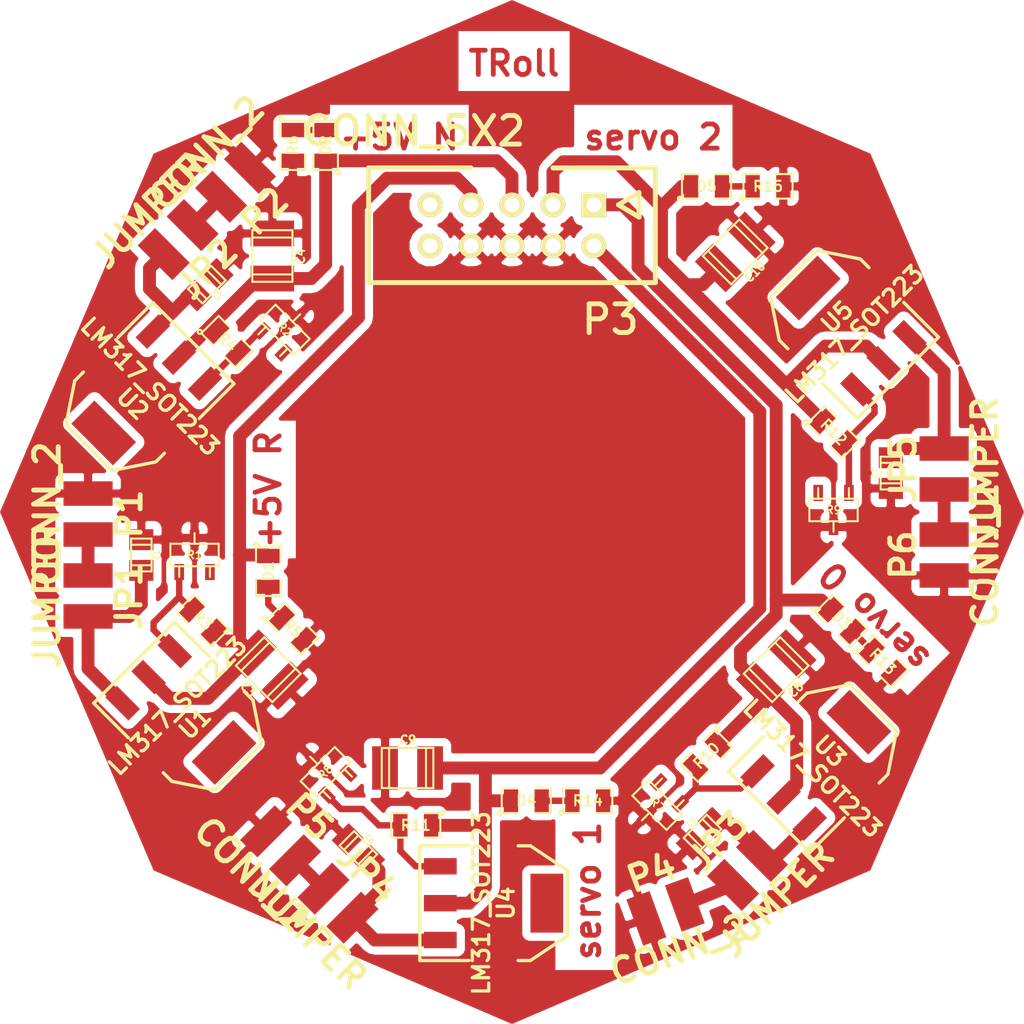
<source format=kicad_pcb>
(kicad_pcb (version 3) (host pcbnew "(2013-mar-13)-testing")

  (general
    (links 77)
    (no_connects 2)
    (area 108.585 69.215 172.085001 132.715001)
    (thickness 1.6)
    (drawings 24)
    (tracks 144)
    (zones 0)
    (modules 46)
    (nets 29)
  )

  (page A4)
  (layers
    (15 F.Cu signal)
    (0 B.Cu signal)
    (16 B.Adhes user)
    (17 F.Adhes user)
    (18 B.Paste user)
    (19 F.Paste user)
    (20 B.SilkS user)
    (21 F.SilkS user)
    (22 B.Mask user)
    (23 F.Mask user)
    (24 Dwgs.User user)
    (25 Cmts.User user)
    (26 Eco1.User user)
    (27 Eco2.User user)
    (28 Edge.Cuts user)
  )

  (setup
    (last_trace_width 0.4)
    (user_trace_width 0.4)
    (trace_clearance 0.2)
    (zone_clearance 0.508)
    (zone_45_only no)
    (trace_min 0.254)
    (segment_width 0.2)
    (edge_width 0.15)
    (via_size 0.4)
    (via_drill 0.3)
    (via_min_size 0.4)
    (via_min_drill 0.2)
    (uvia_size 0.508)
    (uvia_drill 0.127)
    (uvias_allowed no)
    (uvia_min_size 0.508)
    (uvia_min_drill 0.127)
    (pcb_text_width 0.3)
    (pcb_text_size 1.5 1.5)
    (mod_edge_width 0.15)
    (mod_text_size 1.5 1.5)
    (mod_text_width 0.15)
    (pad_size 1.4 1.4)
    (pad_drill 0.6)
    (pad_to_mask_clearance 0.2)
    (aux_axis_origin 0 0)
    (visible_elements FFFCFF7F)
    (pcbplotparams
      (layerselection 3178497)
      (usegerberextensions true)
      (excludeedgelayer true)
      (linewidth 0.150000)
      (plotframeref false)
      (viasonmask false)
      (mode 1)
      (useauxorigin false)
      (hpglpennumber 1)
      (hpglpenspeed 20)
      (hpglpendiameter 15)
      (hpglpenoverlay 2)
      (psnegative false)
      (psa4output false)
      (plotreference true)
      (plotvalue true)
      (plotothertext true)
      (plotinvisibletext false)
      (padsonsilk false)
      (subtractmaskfromsilk false)
      (outputformat 1)
      (mirror false)
      (drillshape 1)
      (scaleselection 1)
      (outputdirectory "/home/yog/TRoll/projets/TRoy 2/elec/"))
  )

  (net 0 "")
  (net 1 "/+5V N")
  (net 2 "/+5V R")
  (net 3 "/+6V servo #0")
  (net 4 "/+6V servo #1")
  (net 5 "/+6V servo #2")
  (net 6 /scl)
  (net 7 /sda)
  (net 8 GND)
  (net 9 N-000001)
  (net 10 N-0000010)
  (net 11 N-0000018)
  (net 12 N-0000019)
  (net 13 N-0000020)
  (net 14 N-0000021)
  (net 15 N-0000022)
  (net 16 N-0000023)
  (net 17 N-0000024)
  (net 18 N-0000025)
  (net 19 N-0000026)
  (net 20 N-0000027)
  (net 21 N-0000028)
  (net 22 N-0000029)
  (net 23 N-000003)
  (net 24 N-000004)
  (net 25 N-000005)
  (net 26 N-000007)
  (net 27 N-000008)
  (net 28 N-000009)

  (net_class Default "Ceci est la Netclass par défaut"
    (clearance 0.2)
    (trace_width 0.4)
    (via_dia 0.4)
    (via_drill 0.3)
    (uvia_dia 0.508)
    (uvia_drill 0.127)
    (add_net "")
    (add_net /scl)
    (add_net /sda)
    (add_net N-000001)
    (add_net N-0000019)
    (add_net N-0000022)
    (add_net N-0000023)
    (add_net N-0000026)
    (add_net N-0000028)
    (add_net N-0000029)
    (add_net N-000004)
    (add_net N-000008)
    (add_net N-000009)
  )

  (net_class power ""
    (clearance 0.2)
    (trace_width 0.8)
    (via_dia 0.8)
    (via_drill 0.635)
    (uvia_dia 0.508)
    (uvia_drill 0.127)
    (add_net "/+5V N")
    (add_net "/+5V R")
    (add_net "/+6V servo #0")
    (add_net "/+6V servo #1")
    (add_net "/+6V servo #2")
    (add_net GND)
    (add_net N-0000010)
    (add_net N-0000018)
    (add_net N-0000020)
    (add_net N-0000021)
    (add_net N-0000024)
    (add_net N-0000025)
    (add_net N-0000027)
    (add_net N-000003)
    (add_net N-000005)
    (add_net N-000007)
  )

  (module c_0805 (layer F.Cu) (tedit 49047394) (tstamp 52761629)
    (at 117.348 103.632 270)
    (descr "SMT capacitor, 0805")
    (path /526E99E3)
    (fp_text reference C1 (at 0 -0.9906 270) (layer F.SilkS)
      (effects (font (size 0.29972 0.29972) (thickness 0.06096)))
    )
    (fp_text value 100nF (at 0 0.9906 270) (layer F.SilkS) hide
      (effects (font (size 0.29972 0.29972) (thickness 0.06096)))
    )
    (fp_line (start 0.635 -0.635) (end 0.635 0.635) (layer F.SilkS) (width 0.127))
    (fp_line (start -0.635 -0.635) (end -0.635 0.6096) (layer F.SilkS) (width 0.127))
    (fp_line (start -1.016 -0.635) (end 1.016 -0.635) (layer F.SilkS) (width 0.127))
    (fp_line (start 1.016 -0.635) (end 1.016 0.635) (layer F.SilkS) (width 0.127))
    (fp_line (start 1.016 0.635) (end -1.016 0.635) (layer F.SilkS) (width 0.127))
    (fp_line (start -1.016 0.635) (end -1.016 -0.635) (layer F.SilkS) (width 0.127))
    (pad 1 smd rect (at 0.9525 0 270) (size 1.30048 1.4986)
      (layers F.Cu F.Paste F.Mask)
      (net 17 N-0000024)
    )
    (pad 2 smd rect (at -0.9525 0 270) (size 1.30048 1.4986)
      (layers F.Cu F.Paste F.Mask)
      (net 8 GND)
    )
    (model smd/capacitors/c_0805.wrl
      (at (xyz 0 0 0))
      (scale (xyz 1 1 1))
      (rotate (xyz 0 0 0))
    )
  )

  (module c_0805 (layer F.Cu) (tedit 49047394) (tstamp 52761635)
    (at 121.412 86.868 225)
    (descr "SMT capacitor, 0805")
    (path /526E96A3)
    (fp_text reference C2 (at 0 -0.9906 225) (layer F.SilkS)
      (effects (font (size 0.29972 0.29972) (thickness 0.06096)))
    )
    (fp_text value 100nF (at 0 0.9906 225) (layer F.SilkS) hide
      (effects (font (size 0.29972 0.29972) (thickness 0.06096)))
    )
    (fp_line (start 0.635 -0.635) (end 0.635 0.635) (layer F.SilkS) (width 0.127))
    (fp_line (start -0.635 -0.635) (end -0.635 0.6096) (layer F.SilkS) (width 0.127))
    (fp_line (start -1.016 -0.635) (end 1.016 -0.635) (layer F.SilkS) (width 0.127))
    (fp_line (start 1.016 -0.635) (end 1.016 0.635) (layer F.SilkS) (width 0.127))
    (fp_line (start 1.016 0.635) (end -1.016 0.635) (layer F.SilkS) (width 0.127))
    (fp_line (start -1.016 0.635) (end -1.016 -0.635) (layer F.SilkS) (width 0.127))
    (pad 1 smd rect (at 0.9525 0 225) (size 1.30048 1.4986)
      (layers F.Cu F.Paste F.Mask)
      (net 23 N-000003)
    )
    (pad 2 smd rect (at -0.9525 0 225) (size 1.30048 1.4986)
      (layers F.Cu F.Paste F.Mask)
      (net 8 GND)
    )
    (model smd/capacitors/c_0805.wrl
      (at (xyz 0 0 0))
      (scale (xyz 1 1 1))
      (rotate (xyz 0 0 0))
    )
  )

  (module c_1210 (layer F.Cu) (tedit 49047413) (tstamp 52761641)
    (at 125.222 110.744 135)
    (descr "SMT capacitor, 1210")
    (path /526E99E2)
    (fp_text reference C3 (at 0.0254 -1.7526 135) (layer F.SilkS)
      (effects (font (size 0.50038 0.50038) (thickness 0.11938)))
    )
    (fp_text value 100uF (at -0.0254 1.7272 135) (layer F.SilkS) hide
      (effects (font (size 0.50038 0.50038) (thickness 0.11938)))
    )
    (fp_line (start -1.6002 -1.2446) (end -1.6002 1.2446) (layer F.SilkS) (width 0.127))
    (fp_line (start 1.6002 1.2446) (end 1.6002 -1.2446) (layer F.SilkS) (width 0.127))
    (fp_line (start 1.143 -1.2446) (end 1.143 1.2446) (layer F.SilkS) (width 0.127))
    (fp_line (start -1.143 1.2446) (end -1.143 -1.2446) (layer F.SilkS) (width 0.127))
    (fp_line (start -1.6002 1.2446) (end 1.6002 1.2446) (layer F.SilkS) (width 0.127))
    (fp_line (start 1.6002 -1.2446) (end -1.6002 -1.2446) (layer F.SilkS) (width 0.127))
    (pad 1 smd rect (at 1.397 0 135) (size 1.6002 2.6924)
      (layers F.Cu F.Paste F.Mask)
      (net 2 "/+5V R")
    )
    (pad 2 smd rect (at -1.397 0 135) (size 1.6002 2.6924)
      (layers F.Cu F.Paste F.Mask)
      (net 8 GND)
    )
    (model smd/capacitors/c_1210.wrl
      (at (xyz 0 0 0))
      (scale (xyz 1 1 1))
      (rotate (xyz 0 0 0))
    )
  )

  (module c_1210 (layer F.Cu) (tedit 49047413) (tstamp 5276164D)
    (at 125.476 85.09 270)
    (descr "SMT capacitor, 1210")
    (path /526E96A6)
    (fp_text reference C4 (at 0.0254 -1.7526 270) (layer F.SilkS)
      (effects (font (size 0.50038 0.50038) (thickness 0.11938)))
    )
    (fp_text value 100uF (at -0.0254 1.7272 270) (layer F.SilkS) hide
      (effects (font (size 0.50038 0.50038) (thickness 0.11938)))
    )
    (fp_line (start -1.6002 -1.2446) (end -1.6002 1.2446) (layer F.SilkS) (width 0.127))
    (fp_line (start 1.6002 1.2446) (end 1.6002 -1.2446) (layer F.SilkS) (width 0.127))
    (fp_line (start 1.143 -1.2446) (end 1.143 1.2446) (layer F.SilkS) (width 0.127))
    (fp_line (start -1.143 1.2446) (end -1.143 -1.2446) (layer F.SilkS) (width 0.127))
    (fp_line (start -1.6002 1.2446) (end 1.6002 1.2446) (layer F.SilkS) (width 0.127))
    (fp_line (start 1.6002 -1.2446) (end -1.6002 -1.2446) (layer F.SilkS) (width 0.127))
    (pad 1 smd rect (at 1.397 0 270) (size 1.6002 2.6924)
      (layers F.Cu F.Paste F.Mask)
      (net 1 "/+5V N")
    )
    (pad 2 smd rect (at -1.397 0 270) (size 1.6002 2.6924)
      (layers F.Cu F.Paste F.Mask)
      (net 8 GND)
    )
    (model smd/capacitors/c_1210.wrl
      (at (xyz 0 0 0))
      (scale (xyz 1 1 1))
      (rotate (xyz 0 0 0))
    )
  )

  (module c_0805 (layer F.Cu) (tedit 49047394) (tstamp 52761659)
    (at 152.146 120.904 45)
    (descr "SMT capacitor, 0805")
    (path /526E99A5)
    (fp_text reference C5 (at 0 -0.9906 45) (layer F.SilkS)
      (effects (font (size 0.29972 0.29972) (thickness 0.06096)))
    )
    (fp_text value 100nF (at 0 0.9906 45) (layer F.SilkS) hide
      (effects (font (size 0.29972 0.29972) (thickness 0.06096)))
    )
    (fp_line (start 0.635 -0.635) (end 0.635 0.635) (layer F.SilkS) (width 0.127))
    (fp_line (start -0.635 -0.635) (end -0.635 0.6096) (layer F.SilkS) (width 0.127))
    (fp_line (start -1.016 -0.635) (end 1.016 -0.635) (layer F.SilkS) (width 0.127))
    (fp_line (start 1.016 -0.635) (end 1.016 0.635) (layer F.SilkS) (width 0.127))
    (fp_line (start 1.016 0.635) (end -1.016 0.635) (layer F.SilkS) (width 0.127))
    (fp_line (start -1.016 0.635) (end -1.016 -0.635) (layer F.SilkS) (width 0.127))
    (pad 1 smd rect (at 0.9525 0 45) (size 1.30048 1.4986)
      (layers F.Cu F.Paste F.Mask)
      (net 20 N-0000027)
    )
    (pad 2 smd rect (at -0.9525 0 45) (size 1.30048 1.4986)
      (layers F.Cu F.Paste F.Mask)
      (net 8 GND)
    )
    (model smd/capacitors/c_0805.wrl
      (at (xyz 0 0 0))
      (scale (xyz 1 1 1))
      (rotate (xyz 0 0 0))
    )
  )

  (module c_0805 (layer F.Cu) (tedit 49047394) (tstamp 52761665)
    (at 130.81 121.92 315)
    (descr "SMT capacitor, 0805")
    (path /526E99CA)
    (fp_text reference C6 (at 0 -0.9906 315) (layer F.SilkS)
      (effects (font (size 0.29972 0.29972) (thickness 0.06096)))
    )
    (fp_text value 100nF (at 0 0.9906 315) (layer F.SilkS) hide
      (effects (font (size 0.29972 0.29972) (thickness 0.06096)))
    )
    (fp_line (start 0.635 -0.635) (end 0.635 0.635) (layer F.SilkS) (width 0.127))
    (fp_line (start -0.635 -0.635) (end -0.635 0.6096) (layer F.SilkS) (width 0.127))
    (fp_line (start -1.016 -0.635) (end 1.016 -0.635) (layer F.SilkS) (width 0.127))
    (fp_line (start 1.016 -0.635) (end 1.016 0.635) (layer F.SilkS) (width 0.127))
    (fp_line (start 1.016 0.635) (end -1.016 0.635) (layer F.SilkS) (width 0.127))
    (fp_line (start -1.016 0.635) (end -1.016 -0.635) (layer F.SilkS) (width 0.127))
    (pad 1 smd rect (at 0.9525 0 315) (size 1.30048 1.4986)
      (layers F.Cu F.Paste F.Mask)
      (net 11 N-0000018)
    )
    (pad 2 smd rect (at -0.9525 0 315) (size 1.30048 1.4986)
      (layers F.Cu F.Paste F.Mask)
      (net 8 GND)
    )
    (model smd/capacitors/c_0805.wrl
      (at (xyz 0 0 0))
      (scale (xyz 1 1 1))
      (rotate (xyz 0 0 0))
    )
  )

  (module c_0805 (layer F.Cu) (tedit 49047394) (tstamp 52761671)
    (at 163.83 98.552 90)
    (descr "SMT capacitor, 0805")
    (path /526E9987)
    (fp_text reference C7 (at 0 -0.9906 90) (layer F.SilkS)
      (effects (font (size 0.29972 0.29972) (thickness 0.06096)))
    )
    (fp_text value 100nF (at 0 0.9906 90) (layer F.SilkS) hide
      (effects (font (size 0.29972 0.29972) (thickness 0.06096)))
    )
    (fp_line (start 0.635 -0.635) (end 0.635 0.635) (layer F.SilkS) (width 0.127))
    (fp_line (start -0.635 -0.635) (end -0.635 0.6096) (layer F.SilkS) (width 0.127))
    (fp_line (start -1.016 -0.635) (end 1.016 -0.635) (layer F.SilkS) (width 0.127))
    (fp_line (start 1.016 -0.635) (end 1.016 0.635) (layer F.SilkS) (width 0.127))
    (fp_line (start 1.016 0.635) (end -1.016 0.635) (layer F.SilkS) (width 0.127))
    (fp_line (start -1.016 0.635) (end -1.016 -0.635) (layer F.SilkS) (width 0.127))
    (pad 1 smd rect (at 0.9525 0 90) (size 1.30048 1.4986)
      (layers F.Cu F.Paste F.Mask)
      (net 10 N-0000010)
    )
    (pad 2 smd rect (at -0.9525 0 90) (size 1.30048 1.4986)
      (layers F.Cu F.Paste F.Mask)
      (net 8 GND)
    )
    (model smd/capacitors/c_0805.wrl
      (at (xyz 0 0 0))
      (scale (xyz 1 1 1))
      (rotate (xyz 0 0 0))
    )
  )

  (module c_1210 (layer F.Cu) (tedit 49047413) (tstamp 52761689)
    (at 133.858 116.84)
    (descr "SMT capacitor, 1210")
    (path /526E99C9)
    (fp_text reference C9 (at 0.0254 -1.7526) (layer F.SilkS)
      (effects (font (size 0.50038 0.50038) (thickness 0.11938)))
    )
    (fp_text value 100uF (at -0.0254 1.7272) (layer F.SilkS) hide
      (effects (font (size 0.50038 0.50038) (thickness 0.11938)))
    )
    (fp_line (start -1.6002 -1.2446) (end -1.6002 1.2446) (layer F.SilkS) (width 0.127))
    (fp_line (start 1.6002 1.2446) (end 1.6002 -1.2446) (layer F.SilkS) (width 0.127))
    (fp_line (start 1.143 -1.2446) (end 1.143 1.2446) (layer F.SilkS) (width 0.127))
    (fp_line (start -1.143 1.2446) (end -1.143 -1.2446) (layer F.SilkS) (width 0.127))
    (fp_line (start -1.6002 1.2446) (end 1.6002 1.2446) (layer F.SilkS) (width 0.127))
    (fp_line (start 1.6002 -1.2446) (end -1.6002 -1.2446) (layer F.SilkS) (width 0.127))
    (pad 1 smd rect (at 1.397 0) (size 1.6002 2.6924)
      (layers F.Cu F.Paste F.Mask)
      (net 4 "/+6V servo #1")
    )
    (pad 2 smd rect (at -1.397 0) (size 1.6002 2.6924)
      (layers F.Cu F.Paste F.Mask)
      (net 8 GND)
    )
    (model smd/capacitors/c_1210.wrl
      (at (xyz 0 0 0))
      (scale (xyz 1 1 1))
      (rotate (xyz 0 0 0))
    )
  )

  (module c_1210 (layer F.Cu) (tedit 49047413) (tstamp 52761695)
    (at 154.178 84.836 225)
    (descr "SMT capacitor, 1210")
    (path /526E9986)
    (fp_text reference C10 (at 0.0254 -1.7526 225) (layer F.SilkS)
      (effects (font (size 0.50038 0.50038) (thickness 0.11938)))
    )
    (fp_text value 100uF (at -0.0254 1.7272 225) (layer F.SilkS) hide
      (effects (font (size 0.50038 0.50038) (thickness 0.11938)))
    )
    (fp_line (start -1.6002 -1.2446) (end -1.6002 1.2446) (layer F.SilkS) (width 0.127))
    (fp_line (start 1.6002 1.2446) (end 1.6002 -1.2446) (layer F.SilkS) (width 0.127))
    (fp_line (start 1.143 -1.2446) (end 1.143 1.2446) (layer F.SilkS) (width 0.127))
    (fp_line (start -1.143 1.2446) (end -1.143 -1.2446) (layer F.SilkS) (width 0.127))
    (fp_line (start -1.6002 1.2446) (end 1.6002 1.2446) (layer F.SilkS) (width 0.127))
    (fp_line (start 1.6002 -1.2446) (end -1.6002 -1.2446) (layer F.SilkS) (width 0.127))
    (pad 1 smd rect (at 1.397 0 225) (size 1.6002 2.6924)
      (layers F.Cu F.Paste F.Mask)
      (net 5 "/+6V servo #2")
    )
    (pad 2 smd rect (at -1.397 0 225) (size 1.6002 2.6924)
      (layers F.Cu F.Paste F.Mask)
      (net 8 GND)
    )
    (model smd/capacitors/c_1210.wrl
      (at (xyz 0 0 0))
      (scale (xyz 1 1 1))
      (rotate (xyz 0 0 0))
    )
  )

  (module SM0805 (layer F.Cu) (tedit 42806E04) (tstamp 527616A2)
    (at 125.222 104.648 270)
    (path /526E99DF)
    (attr smd)
    (fp_text reference D1 (at 0 0 270) (layer F.SilkS)
      (effects (font (size 0.635 0.635) (thickness 0.127)))
    )
    (fp_text value LED (at 0 0 270) (layer F.SilkS) hide
      (effects (font (size 0.635 0.635) (thickness 0.127)))
    )
    (fp_circle (center -1.651 0.762) (end -1.651 0.635) (layer F.SilkS) (width 0.127))
    (fp_line (start -0.508 0.762) (end -1.524 0.762) (layer F.SilkS) (width 0.127))
    (fp_line (start -1.524 0.762) (end -1.524 -0.762) (layer F.SilkS) (width 0.127))
    (fp_line (start -1.524 -0.762) (end -0.508 -0.762) (layer F.SilkS) (width 0.127))
    (fp_line (start 0.508 -0.762) (end 1.524 -0.762) (layer F.SilkS) (width 0.127))
    (fp_line (start 1.524 -0.762) (end 1.524 0.762) (layer F.SilkS) (width 0.127))
    (fp_line (start 1.524 0.762) (end 0.508 0.762) (layer F.SilkS) (width 0.127))
    (pad 1 smd rect (at -0.9525 0 270) (size 0.889 1.397)
      (layers F.Cu F.Paste F.Mask)
      (net 2 "/+5V R")
    )
    (pad 2 smd rect (at 0.9525 0 270) (size 0.889 1.397)
      (layers F.Cu F.Paste F.Mask)
      (net 12 N-0000019)
    )
    (model smd/chip_cms.wrl
      (at (xyz 0 0 0))
      (scale (xyz 0.1 0.1 0.1))
      (rotate (xyz 0 0 0))
    )
  )

  (module SM0805 (layer F.Cu) (tedit 42806E04) (tstamp 527616AF)
    (at 128.778 78.232 90)
    (path /526E9787)
    (attr smd)
    (fp_text reference D2 (at 0 0 90) (layer F.SilkS)
      (effects (font (size 0.635 0.635) (thickness 0.127)))
    )
    (fp_text value LED (at 0 0 90) (layer F.SilkS) hide
      (effects (font (size 0.635 0.635) (thickness 0.127)))
    )
    (fp_circle (center -1.651 0.762) (end -1.651 0.635) (layer F.SilkS) (width 0.127))
    (fp_line (start -0.508 0.762) (end -1.524 0.762) (layer F.SilkS) (width 0.127))
    (fp_line (start -1.524 0.762) (end -1.524 -0.762) (layer F.SilkS) (width 0.127))
    (fp_line (start -1.524 -0.762) (end -0.508 -0.762) (layer F.SilkS) (width 0.127))
    (fp_line (start 0.508 -0.762) (end 1.524 -0.762) (layer F.SilkS) (width 0.127))
    (fp_line (start 1.524 -0.762) (end 1.524 0.762) (layer F.SilkS) (width 0.127))
    (fp_line (start 1.524 0.762) (end 0.508 0.762) (layer F.SilkS) (width 0.127))
    (pad 1 smd rect (at -0.9525 0 90) (size 0.889 1.397)
      (layers F.Cu F.Paste F.Mask)
      (net 1 "/+5V N")
    )
    (pad 2 smd rect (at 0.9525 0 90) (size 0.889 1.397)
      (layers F.Cu F.Paste F.Mask)
      (net 9 N-000001)
    )
    (model smd/chip_cms.wrl
      (at (xyz 0 0 0))
      (scale (xyz 0.1 0.1 0.1))
      (rotate (xyz 0 0 0))
    )
  )

  (module SM0805 (layer F.Cu) (tedit 42806E04) (tstamp 527616BC)
    (at 160.782 107.696 315)
    (path /526E99A9)
    (attr smd)
    (fp_text reference D3 (at 0 0 315) (layer F.SilkS)
      (effects (font (size 0.635 0.635) (thickness 0.127)))
    )
    (fp_text value LED (at 0 0 315) (layer F.SilkS) hide
      (effects (font (size 0.635 0.635) (thickness 0.127)))
    )
    (fp_circle (center -1.651 0.762) (end -1.651 0.635) (layer F.SilkS) (width 0.127))
    (fp_line (start -0.508 0.762) (end -1.524 0.762) (layer F.SilkS) (width 0.127))
    (fp_line (start -1.524 0.762) (end -1.524 -0.762) (layer F.SilkS) (width 0.127))
    (fp_line (start -1.524 -0.762) (end -0.508 -0.762) (layer F.SilkS) (width 0.127))
    (fp_line (start 0.508 -0.762) (end 1.524 -0.762) (layer F.SilkS) (width 0.127))
    (fp_line (start 1.524 -0.762) (end 1.524 0.762) (layer F.SilkS) (width 0.127))
    (fp_line (start 1.524 0.762) (end 0.508 0.762) (layer F.SilkS) (width 0.127))
    (pad 1 smd rect (at -0.9525 0 315) (size 0.889 1.397)
      (layers F.Cu F.Paste F.Mask)
      (net 3 "/+6V servo #0")
    )
    (pad 2 smd rect (at 0.9525 0 315) (size 0.889 1.397)
      (layers F.Cu F.Paste F.Mask)
      (net 19 N-0000026)
    )
    (model smd/chip_cms.wrl
      (at (xyz 0 0 0))
      (scale (xyz 0.1 0.1 0.1))
      (rotate (xyz 0 0 0))
    )
  )

  (module SM0805 (layer F.Cu) (tedit 42806E04) (tstamp 527616C9)
    (at 141.224 118.872)
    (path /526E99C6)
    (attr smd)
    (fp_text reference D4 (at 0 0) (layer F.SilkS)
      (effects (font (size 0.635 0.635) (thickness 0.127)))
    )
    (fp_text value LED (at 0 0) (layer F.SilkS) hide
      (effects (font (size 0.635 0.635) (thickness 0.127)))
    )
    (fp_circle (center -1.651 0.762) (end -1.651 0.635) (layer F.SilkS) (width 0.127))
    (fp_line (start -0.508 0.762) (end -1.524 0.762) (layer F.SilkS) (width 0.127))
    (fp_line (start -1.524 0.762) (end -1.524 -0.762) (layer F.SilkS) (width 0.127))
    (fp_line (start -1.524 -0.762) (end -0.508 -0.762) (layer F.SilkS) (width 0.127))
    (fp_line (start 0.508 -0.762) (end 1.524 -0.762) (layer F.SilkS) (width 0.127))
    (fp_line (start 1.524 -0.762) (end 1.524 0.762) (layer F.SilkS) (width 0.127))
    (fp_line (start 1.524 0.762) (end 0.508 0.762) (layer F.SilkS) (width 0.127))
    (pad 1 smd rect (at -0.9525 0) (size 0.889 1.397)
      (layers F.Cu F.Paste F.Mask)
      (net 4 "/+6V servo #1")
    )
    (pad 2 smd rect (at 0.9525 0) (size 0.889 1.397)
      (layers F.Cu F.Paste F.Mask)
      (net 15 N-0000022)
    )
    (model smd/chip_cms.wrl
      (at (xyz 0 0 0))
      (scale (xyz 0.1 0.1 0.1))
      (rotate (xyz 0 0 0))
    )
  )

  (module SM0805 (layer F.Cu) (tedit 42806E04) (tstamp 527616D6)
    (at 152.4 80.772)
    (path /526E9983)
    (attr smd)
    (fp_text reference D5 (at 0 0) (layer F.SilkS)
      (effects (font (size 0.635 0.635) (thickness 0.127)))
    )
    (fp_text value LED (at 0 0) (layer F.SilkS) hide
      (effects (font (size 0.635 0.635) (thickness 0.127)))
    )
    (fp_circle (center -1.651 0.762) (end -1.651 0.635) (layer F.SilkS) (width 0.127))
    (fp_line (start -0.508 0.762) (end -1.524 0.762) (layer F.SilkS) (width 0.127))
    (fp_line (start -1.524 0.762) (end -1.524 -0.762) (layer F.SilkS) (width 0.127))
    (fp_line (start -1.524 -0.762) (end -0.508 -0.762) (layer F.SilkS) (width 0.127))
    (fp_line (start 0.508 -0.762) (end 1.524 -0.762) (layer F.SilkS) (width 0.127))
    (fp_line (start 1.524 -0.762) (end 1.524 0.762) (layer F.SilkS) (width 0.127))
    (fp_line (start 1.524 0.762) (end 0.508 0.762) (layer F.SilkS) (width 0.127))
    (pad 1 smd rect (at -0.9525 0) (size 0.889 1.397)
      (layers F.Cu F.Paste F.Mask)
      (net 5 "/+6V servo #2")
    )
    (pad 2 smd rect (at 0.9525 0) (size 0.889 1.397)
      (layers F.Cu F.Paste F.Mask)
      (net 27 N-000008)
    )
    (model smd/chip_cms.wrl
      (at (xyz 0 0 0))
      (scale (xyz 0.1 0.1 0.1))
      (rotate (xyz 0 0 0))
    )
  )

  (module con_2 (layer F.Cu) (tedit 5275276F) (tstamp 527616DC)
    (at 114.046 106.172 270)
    (path /526E99DD)
    (fp_text reference JP1 (at 0 -2.54 270) (layer F.SilkS)
      (effects (font (thickness 0.3048)))
    )
    (fp_text value JUMPER (at 0 2.54 270) (layer F.SilkS)
      (effects (font (thickness 0.3048)))
    )
    (pad 1 smd rect (at -1.27 0 270) (size 1.524 3.048)
      (layers F.Cu F.Paste F.Mask)
      (net 13 N-0000020)
    )
    (pad 2 smd rect (at 1.27 0 270) (size 1.524 3.048)
      (layers F.Cu F.Paste F.Mask)
      (net 17 N-0000024)
    )
  )

  (module con_2 (layer F.Cu) (tedit 5275276F) (tstamp 527616E2)
    (at 119.634 84.074 225)
    (path /526E9823)
    (fp_text reference JP2 (at 0 -2.54 225) (layer F.SilkS)
      (effects (font (thickness 0.3048)))
    )
    (fp_text value JUMPER (at 0 2.54 225) (layer F.SilkS)
      (effects (font (thickness 0.3048)))
    )
    (pad 1 smd rect (at -1.27 0 225) (size 1.524 3.048)
      (layers F.Cu F.Paste F.Mask)
      (net 25 N-000005)
    )
    (pad 2 smd rect (at 1.27 0 225) (size 1.524 3.048)
      (layers F.Cu F.Paste F.Mask)
      (net 23 N-000003)
    )
  )

  (module con_2 (layer F.Cu) (tedit 5275276F) (tstamp 527616E8)
    (at 154.94 123.19 45)
    (path /526E99AB)
    (fp_text reference JP3 (at 0 -2.54 45) (layer F.SilkS)
      (effects (font (thickness 0.3048)))
    )
    (fp_text value JUMPER (at 0 2.54 45) (layer F.SilkS)
      (effects (font (thickness 0.3048)))
    )
    (pad 1 smd rect (at -1.27 0 45) (size 1.524 3.048)
      (layers F.Cu F.Paste F.Mask)
      (net 18 N-0000025)
    )
    (pad 2 smd rect (at 1.27 0 45) (size 1.524 3.048)
      (layers F.Cu F.Paste F.Mask)
      (net 20 N-0000027)
    )
  )

  (module con_2 (layer F.Cu) (tedit 5275276F) (tstamp 527616EE)
    (at 129.54 125.222 315)
    (path /526E99C4)
    (fp_text reference JP4 (at 0 -2.54 315) (layer F.SilkS)
      (effects (font (thickness 0.3048)))
    )
    (fp_text value JUMPER (at 0 2.54 315) (layer F.SilkS)
      (effects (font (thickness 0.3048)))
    )
    (pad 1 smd rect (at -1.27 0 315) (size 1.524 3.048)
      (layers F.Cu F.Paste F.Mask)
      (net 14 N-0000021)
    )
    (pad 2 smd rect (at 1.27 0 315) (size 1.524 3.048)
      (layers F.Cu F.Paste F.Mask)
      (net 11 N-0000018)
    )
  )

  (module con_2 (layer F.Cu) (tedit 5275276F) (tstamp 527616F4)
    (at 167.132 98.298 90)
    (path /526E9981)
    (fp_text reference JP5 (at 0 -2.54 90) (layer F.SilkS)
      (effects (font (thickness 0.3048)))
    )
    (fp_text value JUMPER (at 0 2.54 90) (layer F.SilkS)
      (effects (font (thickness 0.3048)))
    )
    (pad 1 smd rect (at -1.27 0 90) (size 1.524 3.048)
      (layers F.Cu F.Paste F.Mask)
      (net 26 N-000007)
    )
    (pad 2 smd rect (at 1.27 0 90) (size 1.524 3.048)
      (layers F.Cu F.Paste F.Mask)
      (net 10 N-0000010)
    )
  )

  (module con_2 (layer F.Cu) (tedit 5275276F) (tstamp 527616FA)
    (at 114.046 101.092 270)
    (path /526E99DC)
    (fp_text reference P1 (at 0 -2.54 270) (layer F.SilkS)
      (effects (font (thickness 0.3048)))
    )
    (fp_text value CONN_2 (at 0 2.54 270) (layer F.SilkS)
      (effects (font (thickness 0.3048)))
    )
    (pad 1 smd rect (at -1.27 0 270) (size 1.524 3.048)
      (layers F.Cu F.Paste F.Mask)
      (net 8 GND)
    )
    (pad 2 smd rect (at 1.27 0 270) (size 1.524 3.048)
      (layers F.Cu F.Paste F.Mask)
      (net 13 N-0000020)
    )
  )

  (module con_2 (layer F.Cu) (tedit 5275276F) (tstamp 52761700)
    (at 123.19 80.518 225)
    (path /526E98B1)
    (fp_text reference P2 (at 0 -2.54 225) (layer F.SilkS)
      (effects (font (thickness 0.3048)))
    )
    (fp_text value CONN_2 (at 0 2.54 225) (layer F.SilkS)
      (effects (font (thickness 0.3048)))
    )
    (pad 1 smd rect (at -1.27 0 225) (size 1.524 3.048)
      (layers F.Cu F.Paste F.Mask)
      (net 8 GND)
    )
    (pad 2 smd rect (at 1.27 0 225) (size 1.524 3.048)
      (layers F.Cu F.Paste F.Mask)
      (net 25 N-000005)
    )
  )

  (module HE10-10S (layer F.Cu) (tedit 460FE4A8) (tstamp 52761716)
    (at 140.335 83.185 180)
    (descr "Connecteur HE10 10 contacts droit")
    (tags "CONN HE10")
    (path /522C8864)
    (fp_text reference P3 (at -6.096 -5.842 180) (layer F.SilkS)
      (effects (font (size 1.778 1.778) (thickness 0.3048)))
    )
    (fp_text value CONN_5X2 (at 6.096 5.842 180) (layer F.SilkS)
      (effects (font (size 1.778 1.778) (thickness 0.3048)))
    )
    (fp_line (start -8.89 3.556) (end -8.89 -3.556) (layer F.SilkS) (width 0.3048))
    (fp_line (start 8.89 3.556) (end 8.89 -3.556) (layer F.SilkS) (width 0.3048))
    (fp_line (start -2.54 3.556) (end -8.89 3.556) (layer F.SilkS) (width 0.3048))
    (fp_line (start -8.89 -3.556) (end 8.89 -3.556) (layer F.SilkS) (width 0.3048))
    (fp_line (start 8.89 3.556) (end 2.54 3.556) (layer F.SilkS) (width 0.3048))
    (fp_line (start -6.604 1.27) (end -7.874 0.508) (layer F.SilkS) (width 0.3048))
    (fp_line (start -7.874 0.508) (end -7.874 2.032) (layer F.SilkS) (width 0.3048))
    (fp_line (start -7.874 2.032) (end -6.604 1.27) (layer F.SilkS) (width 0.3048))
    (pad 1 thru_hole rect (at -5.08 1.27 180) (size 1.524 1.524) (drill 0.9144)
      (layers *.Cu *.Mask F.SilkS)
      (net 3 "/+6V servo #0")
    )
    (pad 2 thru_hole circle (at -5.08 -1.27 180) (size 1.524 1.524) (drill 0.9144)
      (layers *.Cu *.Mask F.SilkS)
      (net 4 "/+6V servo #1")
    )
    (pad 3 thru_hole circle (at -2.54 1.27 180) (size 1.524 1.524) (drill 0.9144)
      (layers *.Cu *.Mask F.SilkS)
      (net 5 "/+6V servo #2")
    )
    (pad 4 thru_hole circle (at -2.54 -1.27 180) (size 1.524 1.524) (drill 0.9144)
      (layers *.Cu *.Mask F.SilkS)
      (net 8 GND)
    )
    (pad 5 thru_hole circle (at 0 1.27 180) (size 1.524 1.524) (drill 0.9144)
      (layers *.Cu *.Mask F.SilkS)
      (net 1 "/+5V N")
    )
    (pad 6 thru_hole circle (at 0 -1.27 180) (size 1.524 1.524) (drill 0.9144)
      (layers *.Cu *.Mask F.SilkS)
      (net 8 GND)
    )
    (pad 7 thru_hole circle (at 2.54 1.27 180) (size 1.524 1.524) (drill 0.9144)
      (layers *.Cu *.Mask F.SilkS)
      (net 2 "/+5V R")
    )
    (pad 8 thru_hole circle (at 2.54 -1.27 180) (size 1.524 1.524) (drill 0.9144)
      (layers *.Cu *.Mask F.SilkS)
      (net 8 GND)
    )
    (pad 9 thru_hole circle (at 5.08 1.27 180) (size 1.524 1.524) (drill 0.9144)
      (layers *.Cu *.Mask F.SilkS)
      (net 7 /sda)
    )
    (pad 10 thru_hole circle (at 5.08 -1.27 180) (size 1.524 1.524) (drill 0.9144)
      (layers *.Cu *.Mask F.SilkS)
      (net 6 /scl)
    )
  )

  (module con_2 (layer F.Cu) (tedit 5275276F) (tstamp 5276171C)
    (at 149.86 125.73 20)
    (path /526E99AC)
    (fp_text reference P4 (at 0 -2.54 20) (layer F.SilkS)
      (effects (font (thickness 0.3048)))
    )
    (fp_text value CONN_2 (at 0 2.54 20) (layer F.SilkS)
      (effects (font (thickness 0.3048)))
    )
    (pad 1 smd rect (at -1.27 0 20) (size 1.524 3.048)
      (layers F.Cu F.Paste F.Mask)
      (net 8 GND)
    )
    (pad 2 smd rect (at 1.27 0 20) (size 1.524 3.048)
      (layers F.Cu F.Paste F.Mask)
      (net 18 N-0000025)
    )
  )

  (module con_2 (layer F.Cu) (tedit 5275276F) (tstamp 52761722)
    (at 125.984 121.666 315)
    (path /526E99C3)
    (fp_text reference P5 (at 0 -2.54 315) (layer F.SilkS)
      (effects (font (thickness 0.3048)))
    )
    (fp_text value CONN_2 (at 0 2.54 315) (layer F.SilkS)
      (effects (font (thickness 0.3048)))
    )
    (pad 1 smd rect (at -1.27 0 315) (size 1.524 3.048)
      (layers F.Cu F.Paste F.Mask)
      (net 8 GND)
    )
    (pad 2 smd rect (at 1.27 0 315) (size 1.524 3.048)
      (layers F.Cu F.Paste F.Mask)
      (net 14 N-0000021)
    )
  )

  (module con_2 (layer F.Cu) (tedit 5275276F) (tstamp 52761728)
    (at 167.132 103.632 90)
    (path /526E9980)
    (fp_text reference P6 (at 0 -2.54 90) (layer F.SilkS)
      (effects (font (thickness 0.3048)))
    )
    (fp_text value CONN_2 (at 0 2.54 90) (layer F.SilkS)
      (effects (font (thickness 0.3048)))
    )
    (pad 1 smd rect (at -1.27 0 90) (size 1.524 3.048)
      (layers F.Cu F.Paste F.Mask)
      (net 8 GND)
    )
    (pad 2 smd rect (at 1.27 0 90) (size 1.524 3.048)
      (layers F.Cu F.Paste F.Mask)
      (net 26 N-000007)
    )
  )

  (module SM0805 (layer F.Cu) (tedit 42806E04) (tstamp 5276174F)
    (at 121.158 107.696 135)
    (path /526E99E1)
    (attr smd)
    (fp_text reference R3 (at 0 0 135) (layer F.SilkS)
      (effects (font (size 0.635 0.635) (thickness 0.127)))
    )
    (fp_text value 240 (at 0 0 135) (layer F.SilkS) hide
      (effects (font (size 0.635 0.635) (thickness 0.127)))
    )
    (fp_circle (center -1.651 0.762) (end -1.651 0.635) (layer F.SilkS) (width 0.127))
    (fp_line (start -0.508 0.762) (end -1.524 0.762) (layer F.SilkS) (width 0.127))
    (fp_line (start -1.524 0.762) (end -1.524 -0.762) (layer F.SilkS) (width 0.127))
    (fp_line (start -1.524 -0.762) (end -0.508 -0.762) (layer F.SilkS) (width 0.127))
    (fp_line (start 0.508 -0.762) (end 1.524 -0.762) (layer F.SilkS) (width 0.127))
    (fp_line (start 1.524 -0.762) (end 1.524 0.762) (layer F.SilkS) (width 0.127))
    (fp_line (start 1.524 0.762) (end 0.508 0.762) (layer F.SilkS) (width 0.127))
    (pad 1 smd rect (at -0.9525 0 135) (size 0.889 1.397)
      (layers F.Cu F.Paste F.Mask)
      (net 2 "/+5V R")
    )
    (pad 2 smd rect (at 0.9525 0 135) (size 0.889 1.397)
      (layers F.Cu F.Paste F.Mask)
      (net 16 N-0000023)
    )
    (model smd/chip_cms.wrl
      (at (xyz 0 0 0))
      (scale (xyz 0.1 0.1 0.1))
      (rotate (xyz 0 0 0))
    )
  )

  (module SM0805 (layer F.Cu) (tedit 42806E04) (tstamp 5276175C)
    (at 122.682 90.424 315)
    (path /526E9707)
    (attr smd)
    (fp_text reference R4 (at 0 0 315) (layer F.SilkS)
      (effects (font (size 0.635 0.635) (thickness 0.127)))
    )
    (fp_text value 240 (at 0 0 315) (layer F.SilkS) hide
      (effects (font (size 0.635 0.635) (thickness 0.127)))
    )
    (fp_circle (center -1.651 0.762) (end -1.651 0.635) (layer F.SilkS) (width 0.127))
    (fp_line (start -0.508 0.762) (end -1.524 0.762) (layer F.SilkS) (width 0.127))
    (fp_line (start -1.524 0.762) (end -1.524 -0.762) (layer F.SilkS) (width 0.127))
    (fp_line (start -1.524 -0.762) (end -0.508 -0.762) (layer F.SilkS) (width 0.127))
    (fp_line (start 0.508 -0.762) (end 1.524 -0.762) (layer F.SilkS) (width 0.127))
    (fp_line (start 1.524 -0.762) (end 1.524 0.762) (layer F.SilkS) (width 0.127))
    (fp_line (start 1.524 0.762) (end 0.508 0.762) (layer F.SilkS) (width 0.127))
    (pad 1 smd rect (at -0.9525 0 315) (size 0.889 1.397)
      (layers F.Cu F.Paste F.Mask)
      (net 1 "/+5V N")
    )
    (pad 2 smd rect (at 0.9525 0 315) (size 0.889 1.397)
      (layers F.Cu F.Paste F.Mask)
      (net 24 N-000004)
    )
    (model smd/chip_cms.wrl
      (at (xyz 0 0 0))
      (scale (xyz 0.1 0.1 0.1))
      (rotate (xyz 0 0 0))
    )
  )

  (module SM0805 (layer F.Cu) (tedit 42806E04) (tstamp 52761769)
    (at 126.746 108.204 315)
    (path /526E99DE)
    (attr smd)
    (fp_text reference R5 (at 0 0 315) (layer F.SilkS)
      (effects (font (size 0.635 0.635) (thickness 0.127)))
    )
    (fp_text value 240 (at 0 0 315) (layer F.SilkS) hide
      (effects (font (size 0.635 0.635) (thickness 0.127)))
    )
    (fp_circle (center -1.651 0.762) (end -1.651 0.635) (layer F.SilkS) (width 0.127))
    (fp_line (start -0.508 0.762) (end -1.524 0.762) (layer F.SilkS) (width 0.127))
    (fp_line (start -1.524 0.762) (end -1.524 -0.762) (layer F.SilkS) (width 0.127))
    (fp_line (start -1.524 -0.762) (end -0.508 -0.762) (layer F.SilkS) (width 0.127))
    (fp_line (start 0.508 -0.762) (end 1.524 -0.762) (layer F.SilkS) (width 0.127))
    (fp_line (start 1.524 -0.762) (end 1.524 0.762) (layer F.SilkS) (width 0.127))
    (fp_line (start 1.524 0.762) (end 0.508 0.762) (layer F.SilkS) (width 0.127))
    (pad 1 smd rect (at -0.9525 0 315) (size 0.889 1.397)
      (layers F.Cu F.Paste F.Mask)
      (net 12 N-0000019)
    )
    (pad 2 smd rect (at 0.9525 0 315) (size 0.889 1.397)
      (layers F.Cu F.Paste F.Mask)
      (net 8 GND)
    )
    (model smd/chip_cms.wrl
      (at (xyz 0 0 0))
      (scale (xyz 0.1 0.1 0.1))
      (rotate (xyz 0 0 0))
    )
  )

  (module SM0805 (layer F.Cu) (tedit 42806E04) (tstamp 52761776)
    (at 126.746 78.232 270)
    (path /526E97A3)
    (attr smd)
    (fp_text reference R6 (at 0 0 270) (layer F.SilkS)
      (effects (font (size 0.635 0.635) (thickness 0.127)))
    )
    (fp_text value 240 (at 0 0 270) (layer F.SilkS) hide
      (effects (font (size 0.635 0.635) (thickness 0.127)))
    )
    (fp_circle (center -1.651 0.762) (end -1.651 0.635) (layer F.SilkS) (width 0.127))
    (fp_line (start -0.508 0.762) (end -1.524 0.762) (layer F.SilkS) (width 0.127))
    (fp_line (start -1.524 0.762) (end -1.524 -0.762) (layer F.SilkS) (width 0.127))
    (fp_line (start -1.524 -0.762) (end -0.508 -0.762) (layer F.SilkS) (width 0.127))
    (fp_line (start 0.508 -0.762) (end 1.524 -0.762) (layer F.SilkS) (width 0.127))
    (fp_line (start 1.524 -0.762) (end 1.524 0.762) (layer F.SilkS) (width 0.127))
    (fp_line (start 1.524 0.762) (end 0.508 0.762) (layer F.SilkS) (width 0.127))
    (pad 1 smd rect (at -0.9525 0 270) (size 0.889 1.397)
      (layers F.Cu F.Paste F.Mask)
      (net 9 N-000001)
    )
    (pad 2 smd rect (at 0.9525 0 270) (size 0.889 1.397)
      (layers F.Cu F.Paste F.Mask)
      (net 8 GND)
    )
    (model smd/chip_cms.wrl
      (at (xyz 0 0 0))
      (scale (xyz 0.1 0.1 0.1))
      (rotate (xyz 0 0 0))
    )
  )

  (module SM0805 (layer F.Cu) (tedit 42806E04) (tstamp 527617AA)
    (at 152.4 116.078 225)
    (path /526E99A7)
    (attr smd)
    (fp_text reference R10 (at 0 0 225) (layer F.SilkS)
      (effects (font (size 0.635 0.635) (thickness 0.127)))
    )
    (fp_text value 240 (at 0 0 225) (layer F.SilkS) hide
      (effects (font (size 0.635 0.635) (thickness 0.127)))
    )
    (fp_circle (center -1.651 0.762) (end -1.651 0.635) (layer F.SilkS) (width 0.127))
    (fp_line (start -0.508 0.762) (end -1.524 0.762) (layer F.SilkS) (width 0.127))
    (fp_line (start -1.524 0.762) (end -1.524 -0.762) (layer F.SilkS) (width 0.127))
    (fp_line (start -1.524 -0.762) (end -0.508 -0.762) (layer F.SilkS) (width 0.127))
    (fp_line (start 0.508 -0.762) (end 1.524 -0.762) (layer F.SilkS) (width 0.127))
    (fp_line (start 1.524 -0.762) (end 1.524 0.762) (layer F.SilkS) (width 0.127))
    (fp_line (start 1.524 0.762) (end 0.508 0.762) (layer F.SilkS) (width 0.127))
    (pad 1 smd rect (at -0.9525 0 225) (size 0.889 1.397)
      (layers F.Cu F.Paste F.Mask)
      (net 3 "/+6V servo #0")
    )
    (pad 2 smd rect (at 0.9525 0 225) (size 0.889 1.397)
      (layers F.Cu F.Paste F.Mask)
      (net 22 N-0000029)
    )
    (model smd/chip_cms.wrl
      (at (xyz 0 0 0))
      (scale (xyz 0.1 0.1 0.1))
      (rotate (xyz 0 0 0))
    )
  )

  (module SM0805 (layer F.Cu) (tedit 42806E04) (tstamp 527617B7)
    (at 134.366 120.396 180)
    (path /526E99C8)
    (attr smd)
    (fp_text reference R11 (at 0 0 180) (layer F.SilkS)
      (effects (font (size 0.635 0.635) (thickness 0.127)))
    )
    (fp_text value 240 (at 0 0 180) (layer F.SilkS) hide
      (effects (font (size 0.635 0.635) (thickness 0.127)))
    )
    (fp_circle (center -1.651 0.762) (end -1.651 0.635) (layer F.SilkS) (width 0.127))
    (fp_line (start -0.508 0.762) (end -1.524 0.762) (layer F.SilkS) (width 0.127))
    (fp_line (start -1.524 0.762) (end -1.524 -0.762) (layer F.SilkS) (width 0.127))
    (fp_line (start -1.524 -0.762) (end -0.508 -0.762) (layer F.SilkS) (width 0.127))
    (fp_line (start 0.508 -0.762) (end 1.524 -0.762) (layer F.SilkS) (width 0.127))
    (fp_line (start 1.524 -0.762) (end 1.524 0.762) (layer F.SilkS) (width 0.127))
    (fp_line (start 1.524 0.762) (end 0.508 0.762) (layer F.SilkS) (width 0.127))
    (pad 1 smd rect (at -0.9525 0 180) (size 0.889 1.397)
      (layers F.Cu F.Paste F.Mask)
      (net 4 "/+6V servo #1")
    )
    (pad 2 smd rect (at 0.9525 0 180) (size 0.889 1.397)
      (layers F.Cu F.Paste F.Mask)
      (net 21 N-0000028)
    )
    (model smd/chip_cms.wrl
      (at (xyz 0 0 0))
      (scale (xyz 0.1 0.1 0.1))
      (rotate (xyz 0 0 0))
    )
  )

  (module SM0805 (layer F.Cu) (tedit 42806E04) (tstamp 527617C4)
    (at 160.274 96.012 315)
    (path /526E9985)
    (attr smd)
    (fp_text reference R12 (at 0 0 315) (layer F.SilkS)
      (effects (font (size 0.635 0.635) (thickness 0.127)))
    )
    (fp_text value 240 (at 0 0 315) (layer F.SilkS) hide
      (effects (font (size 0.635 0.635) (thickness 0.127)))
    )
    (fp_circle (center -1.651 0.762) (end -1.651 0.635) (layer F.SilkS) (width 0.127))
    (fp_line (start -0.508 0.762) (end -1.524 0.762) (layer F.SilkS) (width 0.127))
    (fp_line (start -1.524 0.762) (end -1.524 -0.762) (layer F.SilkS) (width 0.127))
    (fp_line (start -1.524 -0.762) (end -0.508 -0.762) (layer F.SilkS) (width 0.127))
    (fp_line (start 0.508 -0.762) (end 1.524 -0.762) (layer F.SilkS) (width 0.127))
    (fp_line (start 1.524 -0.762) (end 1.524 0.762) (layer F.SilkS) (width 0.127))
    (fp_line (start 1.524 0.762) (end 0.508 0.762) (layer F.SilkS) (width 0.127))
    (pad 1 smd rect (at -0.9525 0 315) (size 0.889 1.397)
      (layers F.Cu F.Paste F.Mask)
      (net 5 "/+6V servo #2")
    )
    (pad 2 smd rect (at 0.9525 0 315) (size 0.889 1.397)
      (layers F.Cu F.Paste F.Mask)
      (net 28 N-000009)
    )
    (model smd/chip_cms.wrl
      (at (xyz 0 0 0))
      (scale (xyz 0.1 0.1 0.1))
      (rotate (xyz 0 0 0))
    )
  )

  (module SM0805 (layer F.Cu) (tedit 42806E04) (tstamp 527617D1)
    (at 163.322 110.236 315)
    (path /526E99AA)
    (attr smd)
    (fp_text reference R13 (at 0 0 315) (layer F.SilkS)
      (effects (font (size 0.635 0.635) (thickness 0.127)))
    )
    (fp_text value 240 (at 0 0 315) (layer F.SilkS) hide
      (effects (font (size 0.635 0.635) (thickness 0.127)))
    )
    (fp_circle (center -1.651 0.762) (end -1.651 0.635) (layer F.SilkS) (width 0.127))
    (fp_line (start -0.508 0.762) (end -1.524 0.762) (layer F.SilkS) (width 0.127))
    (fp_line (start -1.524 0.762) (end -1.524 -0.762) (layer F.SilkS) (width 0.127))
    (fp_line (start -1.524 -0.762) (end -0.508 -0.762) (layer F.SilkS) (width 0.127))
    (fp_line (start 0.508 -0.762) (end 1.524 -0.762) (layer F.SilkS) (width 0.127))
    (fp_line (start 1.524 -0.762) (end 1.524 0.762) (layer F.SilkS) (width 0.127))
    (fp_line (start 1.524 0.762) (end 0.508 0.762) (layer F.SilkS) (width 0.127))
    (pad 1 smd rect (at -0.9525 0 315) (size 0.889 1.397)
      (layers F.Cu F.Paste F.Mask)
      (net 19 N-0000026)
    )
    (pad 2 smd rect (at 0.9525 0 315) (size 0.889 1.397)
      (layers F.Cu F.Paste F.Mask)
      (net 8 GND)
    )
    (model smd/chip_cms.wrl
      (at (xyz 0 0 0))
      (scale (xyz 0.1 0.1 0.1))
      (rotate (xyz 0 0 0))
    )
  )

  (module SM0805 (layer F.Cu) (tedit 42806E04) (tstamp 527617DE)
    (at 145.034 118.872)
    (path /526E99C5)
    (attr smd)
    (fp_text reference R14 (at 0 0) (layer F.SilkS)
      (effects (font (size 0.635 0.635) (thickness 0.127)))
    )
    (fp_text value 240 (at 0 0) (layer F.SilkS) hide
      (effects (font (size 0.635 0.635) (thickness 0.127)))
    )
    (fp_circle (center -1.651 0.762) (end -1.651 0.635) (layer F.SilkS) (width 0.127))
    (fp_line (start -0.508 0.762) (end -1.524 0.762) (layer F.SilkS) (width 0.127))
    (fp_line (start -1.524 0.762) (end -1.524 -0.762) (layer F.SilkS) (width 0.127))
    (fp_line (start -1.524 -0.762) (end -0.508 -0.762) (layer F.SilkS) (width 0.127))
    (fp_line (start 0.508 -0.762) (end 1.524 -0.762) (layer F.SilkS) (width 0.127))
    (fp_line (start 1.524 -0.762) (end 1.524 0.762) (layer F.SilkS) (width 0.127))
    (fp_line (start 1.524 0.762) (end 0.508 0.762) (layer F.SilkS) (width 0.127))
    (pad 1 smd rect (at -0.9525 0) (size 0.889 1.397)
      (layers F.Cu F.Paste F.Mask)
      (net 15 N-0000022)
    )
    (pad 2 smd rect (at 0.9525 0) (size 0.889 1.397)
      (layers F.Cu F.Paste F.Mask)
      (net 8 GND)
    )
    (model smd/chip_cms.wrl
      (at (xyz 0 0 0))
      (scale (xyz 0.1 0.1 0.1))
      (rotate (xyz 0 0 0))
    )
  )

  (module SM0805 (layer F.Cu) (tedit 42806E04) (tstamp 527617EB)
    (at 156.21 80.772)
    (path /526E9982)
    (attr smd)
    (fp_text reference R15 (at 0 0) (layer F.SilkS)
      (effects (font (size 0.635 0.635) (thickness 0.127)))
    )
    (fp_text value 240 (at 0 0) (layer F.SilkS) hide
      (effects (font (size 0.635 0.635) (thickness 0.127)))
    )
    (fp_circle (center -1.651 0.762) (end -1.651 0.635) (layer F.SilkS) (width 0.127))
    (fp_line (start -0.508 0.762) (end -1.524 0.762) (layer F.SilkS) (width 0.127))
    (fp_line (start -1.524 0.762) (end -1.524 -0.762) (layer F.SilkS) (width 0.127))
    (fp_line (start -1.524 -0.762) (end -0.508 -0.762) (layer F.SilkS) (width 0.127))
    (fp_line (start 0.508 -0.762) (end 1.524 -0.762) (layer F.SilkS) (width 0.127))
    (fp_line (start 1.524 -0.762) (end 1.524 0.762) (layer F.SilkS) (width 0.127))
    (fp_line (start 1.524 0.762) (end 0.508 0.762) (layer F.SilkS) (width 0.127))
    (pad 1 smd rect (at -0.9525 0) (size 0.889 1.397)
      (layers F.Cu F.Paste F.Mask)
      (net 27 N-000008)
    )
    (pad 2 smd rect (at 0.9525 0) (size 0.889 1.397)
      (layers F.Cu F.Paste F.Mask)
      (net 8 GND)
    )
    (model smd/chip_cms.wrl
      (at (xyz 0 0 0))
      (scale (xyz 0.1 0.1 0.1))
      (rotate (xyz 0 0 0))
    )
  )

  (module SOT223 (layer F.Cu) (tedit 200000) (tstamp 527617FB)
    (at 120.142 113.538 225)
    (descr "module CMS SOT223 4 pins")
    (tags "CMS SOT")
    (path /527613B0)
    (attr smd)
    (fp_text reference U1 (at 0 -0.762 225) (layer F.SilkS)
      (effects (font (size 1.016 1.016) (thickness 0.2032)))
    )
    (fp_text value LM317_SOT223 (at 0 0.762 225) (layer F.SilkS)
      (effects (font (size 1.016 1.016) (thickness 0.2032)))
    )
    (fp_line (start -3.556 1.524) (end -3.556 4.572) (layer F.SilkS) (width 0.2032))
    (fp_line (start -3.556 4.572) (end 3.556 4.572) (layer F.SilkS) (width 0.2032))
    (fp_line (start 3.556 4.572) (end 3.556 1.524) (layer F.SilkS) (width 0.2032))
    (fp_line (start -3.556 -1.524) (end -3.556 -2.286) (layer F.SilkS) (width 0.2032))
    (fp_line (start -3.556 -2.286) (end -2.032 -4.572) (layer F.SilkS) (width 0.2032))
    (fp_line (start -2.032 -4.572) (end 2.032 -4.572) (layer F.SilkS) (width 0.2032))
    (fp_line (start 2.032 -4.572) (end 3.556 -2.286) (layer F.SilkS) (width 0.2032))
    (fp_line (start 3.556 -2.286) (end 3.556 -1.524) (layer F.SilkS) (width 0.2032))
    (pad 4 smd rect (at 0 -3.302 225) (size 3.6576 2.032)
      (layers F.Cu F.Paste F.Mask)
    )
    (pad 2 smd rect (at 0 3.302 225) (size 1.016 2.032)
      (layers F.Cu F.Paste F.Mask)
      (net 2 "/+5V R")
    )
    (pad 3 smd rect (at 2.286 3.302 225) (size 1.016 2.032)
      (layers F.Cu F.Paste F.Mask)
      (net 17 N-0000024)
    )
    (pad 1 smd rect (at -2.286 3.302 225) (size 1.016 2.032)
      (layers F.Cu F.Paste F.Mask)
      (net 16 N-0000023)
    )
    (model smd/SOT223.wrl
      (at (xyz 0 0 0))
      (scale (xyz 0.4 0.4 0.4))
      (rotate (xyz 0 0 0))
    )
  )

  (module SOT223 (layer F.Cu) (tedit 200000) (tstamp 5276180B)
    (at 117.348 93.726 135)
    (descr "module CMS SOT223 4 pins")
    (tags "CMS SOT")
    (path /52761392)
    (attr smd)
    (fp_text reference U2 (at 0 -0.762 135) (layer F.SilkS)
      (effects (font (size 1.016 1.016) (thickness 0.2032)))
    )
    (fp_text value LM317_SOT223 (at 0 0.762 135) (layer F.SilkS)
      (effects (font (size 1.016 1.016) (thickness 0.2032)))
    )
    (fp_line (start -3.556 1.524) (end -3.556 4.572) (layer F.SilkS) (width 0.2032))
    (fp_line (start -3.556 4.572) (end 3.556 4.572) (layer F.SilkS) (width 0.2032))
    (fp_line (start 3.556 4.572) (end 3.556 1.524) (layer F.SilkS) (width 0.2032))
    (fp_line (start -3.556 -1.524) (end -3.556 -2.286) (layer F.SilkS) (width 0.2032))
    (fp_line (start -3.556 -2.286) (end -2.032 -4.572) (layer F.SilkS) (width 0.2032))
    (fp_line (start -2.032 -4.572) (end 2.032 -4.572) (layer F.SilkS) (width 0.2032))
    (fp_line (start 2.032 -4.572) (end 3.556 -2.286) (layer F.SilkS) (width 0.2032))
    (fp_line (start 3.556 -2.286) (end 3.556 -1.524) (layer F.SilkS) (width 0.2032))
    (pad 4 smd rect (at 0 -3.302 135) (size 3.6576 2.032)
      (layers F.Cu F.Paste F.Mask)
    )
    (pad 2 smd rect (at 0 3.302 135) (size 1.016 2.032)
      (layers F.Cu F.Paste F.Mask)
      (net 1 "/+5V N")
    )
    (pad 3 smd rect (at 2.286 3.302 135) (size 1.016 2.032)
      (layers F.Cu F.Paste F.Mask)
      (net 23 N-000003)
    )
    (pad 1 smd rect (at -2.286 3.302 135) (size 1.016 2.032)
      (layers F.Cu F.Paste F.Mask)
      (net 24 N-000004)
    )
    (model smd/SOT223.wrl
      (at (xyz 0 0 0))
      (scale (xyz 0.4 0.4 0.4))
      (rotate (xyz 0 0 0))
    )
  )

  (module SOT223 (layer F.Cu) (tedit 200000) (tstamp 5276181B)
    (at 159.512 116.332 315)
    (descr "module CMS SOT223 4 pins")
    (tags "CMS SOT")
    (path /52761379)
    (attr smd)
    (fp_text reference U3 (at 0 -0.762 315) (layer F.SilkS)
      (effects (font (size 1.016 1.016) (thickness 0.2032)))
    )
    (fp_text value LM317_SOT223 (at 0 0.762 315) (layer F.SilkS)
      (effects (font (size 1.016 1.016) (thickness 0.2032)))
    )
    (fp_line (start -3.556 1.524) (end -3.556 4.572) (layer F.SilkS) (width 0.2032))
    (fp_line (start -3.556 4.572) (end 3.556 4.572) (layer F.SilkS) (width 0.2032))
    (fp_line (start 3.556 4.572) (end 3.556 1.524) (layer F.SilkS) (width 0.2032))
    (fp_line (start -3.556 -1.524) (end -3.556 -2.286) (layer F.SilkS) (width 0.2032))
    (fp_line (start -3.556 -2.286) (end -2.032 -4.572) (layer F.SilkS) (width 0.2032))
    (fp_line (start -2.032 -4.572) (end 2.032 -4.572) (layer F.SilkS) (width 0.2032))
    (fp_line (start 2.032 -4.572) (end 3.556 -2.286) (layer F.SilkS) (width 0.2032))
    (fp_line (start 3.556 -2.286) (end 3.556 -1.524) (layer F.SilkS) (width 0.2032))
    (pad 4 smd rect (at 0 -3.302 315) (size 3.6576 2.032)
      (layers F.Cu F.Paste F.Mask)
    )
    (pad 2 smd rect (at 0 3.302 315) (size 1.016 2.032)
      (layers F.Cu F.Paste F.Mask)
      (net 3 "/+6V servo #0")
    )
    (pad 3 smd rect (at 2.286 3.302 315) (size 1.016 2.032)
      (layers F.Cu F.Paste F.Mask)
      (net 20 N-0000027)
    )
    (pad 1 smd rect (at -2.286 3.302 315) (size 1.016 2.032)
      (layers F.Cu F.Paste F.Mask)
      (net 22 N-0000029)
    )
    (model smd/SOT223.wrl
      (at (xyz 0 0 0))
      (scale (xyz 0.4 0.4 0.4))
      (rotate (xyz 0 0 0))
    )
  )

  (module SOT223 (layer F.Cu) (tedit 200000) (tstamp 5276182B)
    (at 139.192 125.222 270)
    (descr "module CMS SOT223 4 pins")
    (tags "CMS SOT")
    (path /527613A1)
    (attr smd)
    (fp_text reference U4 (at 0 -0.762 270) (layer F.SilkS)
      (effects (font (size 1.016 1.016) (thickness 0.2032)))
    )
    (fp_text value LM317_SOT223 (at 0 0.762 270) (layer F.SilkS)
      (effects (font (size 1.016 1.016) (thickness 0.2032)))
    )
    (fp_line (start -3.556 1.524) (end -3.556 4.572) (layer F.SilkS) (width 0.2032))
    (fp_line (start -3.556 4.572) (end 3.556 4.572) (layer F.SilkS) (width 0.2032))
    (fp_line (start 3.556 4.572) (end 3.556 1.524) (layer F.SilkS) (width 0.2032))
    (fp_line (start -3.556 -1.524) (end -3.556 -2.286) (layer F.SilkS) (width 0.2032))
    (fp_line (start -3.556 -2.286) (end -2.032 -4.572) (layer F.SilkS) (width 0.2032))
    (fp_line (start -2.032 -4.572) (end 2.032 -4.572) (layer F.SilkS) (width 0.2032))
    (fp_line (start 2.032 -4.572) (end 3.556 -2.286) (layer F.SilkS) (width 0.2032))
    (fp_line (start 3.556 -2.286) (end 3.556 -1.524) (layer F.SilkS) (width 0.2032))
    (pad 4 smd rect (at 0 -3.302 270) (size 3.6576 2.032)
      (layers F.Cu F.Paste F.Mask)
    )
    (pad 2 smd rect (at 0 3.302 270) (size 1.016 2.032)
      (layers F.Cu F.Paste F.Mask)
      (net 4 "/+6V servo #1")
    )
    (pad 3 smd rect (at 2.286 3.302 270) (size 1.016 2.032)
      (layers F.Cu F.Paste F.Mask)
      (net 11 N-0000018)
    )
    (pad 1 smd rect (at -2.286 3.302 270) (size 1.016 2.032)
      (layers F.Cu F.Paste F.Mask)
      (net 21 N-0000028)
    )
    (model smd/SOT223.wrl
      (at (xyz 0 0 0))
      (scale (xyz 0.4 0.4 0.4))
      (rotate (xyz 0 0 0))
    )
  )

  (module SOT223 (layer F.Cu) (tedit 200000) (tstamp 5276183B)
    (at 161.036 89.408 45)
    (descr "module CMS SOT223 4 pins")
    (tags "CMS SOT")
    (path /527613BF)
    (attr smd)
    (fp_text reference U5 (at 0 -0.762 45) (layer F.SilkS)
      (effects (font (size 1.016 1.016) (thickness 0.2032)))
    )
    (fp_text value LM317_SOT223 (at 0 0.762 45) (layer F.SilkS)
      (effects (font (size 1.016 1.016) (thickness 0.2032)))
    )
    (fp_line (start -3.556 1.524) (end -3.556 4.572) (layer F.SilkS) (width 0.2032))
    (fp_line (start -3.556 4.572) (end 3.556 4.572) (layer F.SilkS) (width 0.2032))
    (fp_line (start 3.556 4.572) (end 3.556 1.524) (layer F.SilkS) (width 0.2032))
    (fp_line (start -3.556 -1.524) (end -3.556 -2.286) (layer F.SilkS) (width 0.2032))
    (fp_line (start -3.556 -2.286) (end -2.032 -4.572) (layer F.SilkS) (width 0.2032))
    (fp_line (start -2.032 -4.572) (end 2.032 -4.572) (layer F.SilkS) (width 0.2032))
    (fp_line (start 2.032 -4.572) (end 3.556 -2.286) (layer F.SilkS) (width 0.2032))
    (fp_line (start 3.556 -2.286) (end 3.556 -1.524) (layer F.SilkS) (width 0.2032))
    (pad 4 smd rect (at 0 -3.302 45) (size 3.6576 2.032)
      (layers F.Cu F.Paste F.Mask)
    )
    (pad 2 smd rect (at 0 3.302 45) (size 1.016 2.032)
      (layers F.Cu F.Paste F.Mask)
      (net 5 "/+6V servo #2")
    )
    (pad 3 smd rect (at 2.286 3.302 45) (size 1.016 2.032)
      (layers F.Cu F.Paste F.Mask)
      (net 10 N-0000010)
    )
    (pad 1 smd rect (at -2.286 3.302 45) (size 1.016 2.032)
      (layers F.Cu F.Paste F.Mask)
      (net 28 N-000009)
    )
    (model smd/SOT223.wrl
      (at (xyz 0 0 0))
      (scale (xyz 0.4 0.4 0.4))
      (rotate (xyz 0 0 0))
    )
  )

  (module sot23 (layer F.Cu) (tedit 50BDE8CE) (tstamp 527619E7)
    (at 120.65 103.632)
    (descr SOT23)
    (path /526E99E0)
    (attr smd)
    (fp_text reference R1 (at 0 0) (layer F.SilkS)
      (effects (font (size 0.50038 0.50038) (thickness 0.09906)))
    )
    (fp_text value 5k (at 0 0.09906) (layer F.SilkS) hide
      (effects (font (size 0.50038 0.50038) (thickness 0.09906)))
    )
    (fp_line (start 0.9525 0.6985) (end 0.9525 1.3589) (layer F.SilkS) (width 0.127))
    (fp_line (start -0.9525 0.6985) (end -0.9525 1.3589) (layer F.SilkS) (width 0.127))
    (fp_line (start 0 -0.6985) (end 0 -1.3589) (layer F.SilkS) (width 0.127))
    (fp_line (start -1.4986 -0.6985) (end 1.4986 -0.6985) (layer F.SilkS) (width 0.127))
    (fp_line (start 1.4986 -0.6985) (end 1.4986 0.6985) (layer F.SilkS) (width 0.127))
    (fp_line (start 1.4986 0.6985) (end -1.4986 0.6985) (layer F.SilkS) (width 0.127))
    (fp_line (start -1.4986 0.6985) (end -1.4986 -0.6985) (layer F.SilkS) (width 0.127))
    (pad 1 smd rect (at -0.9525 1.05664) (size 0.59944 1.00076)
      (layers F.Cu F.Paste F.Mask)
      (net 16 N-0000023)
    )
    (pad 2 smd rect (at 0 -1.05664) (size 0.59944 1.00076)
      (layers F.Cu F.Paste F.Mask)
      (net 8 GND)
    )
    (pad 3 smd rect (at 0.9525 1.05664) (size 0.59944 1.00076)
      (layers F.Cu F.Paste F.Mask)
    )
    (model smd/smd_transistors/sot23.wrl
      (at (xyz 0 0 0))
      (scale (xyz 1 1 1))
      (rotate (xyz 0 0 0))
    )
  )

  (module sot23 (layer F.Cu) (tedit 50BDE8CE) (tstamp 527619F4)
    (at 126.238 89.662 315)
    (descr SOT23)
    (path /526E974A)
    (attr smd)
    (fp_text reference R2 (at 0 0 315) (layer F.SilkS)
      (effects (font (size 0.50038 0.50038) (thickness 0.09906)))
    )
    (fp_text value 5k (at 0 0.09906 315) (layer F.SilkS) hide
      (effects (font (size 0.50038 0.50038) (thickness 0.09906)))
    )
    (fp_line (start 0.9525 0.6985) (end 0.9525 1.3589) (layer F.SilkS) (width 0.127))
    (fp_line (start -0.9525 0.6985) (end -0.9525 1.3589) (layer F.SilkS) (width 0.127))
    (fp_line (start 0 -0.6985) (end 0 -1.3589) (layer F.SilkS) (width 0.127))
    (fp_line (start -1.4986 -0.6985) (end 1.4986 -0.6985) (layer F.SilkS) (width 0.127))
    (fp_line (start 1.4986 -0.6985) (end 1.4986 0.6985) (layer F.SilkS) (width 0.127))
    (fp_line (start 1.4986 0.6985) (end -1.4986 0.6985) (layer F.SilkS) (width 0.127))
    (fp_line (start -1.4986 0.6985) (end -1.4986 -0.6985) (layer F.SilkS) (width 0.127))
    (pad 1 smd rect (at -0.9525 1.05664 315) (size 0.59944 1.00076)
      (layers F.Cu F.Paste F.Mask)
      (net 24 N-000004)
    )
    (pad 2 smd rect (at 0 -1.05664 315) (size 0.59944 1.00076)
      (layers F.Cu F.Paste F.Mask)
      (net 8 GND)
    )
    (pad 3 smd rect (at 0.9525 1.05664 315) (size 0.59944 1.00076)
      (layers F.Cu F.Paste F.Mask)
    )
    (model smd/smd_transistors/sot23.wrl
      (at (xyz 0 0 0))
      (scale (xyz 1 1 1))
      (rotate (xyz 0 0 0))
    )
  )

  (module sot23 (layer F.Cu) (tedit 50BDE8CE) (tstamp 52761A01)
    (at 149.352 119.126 135)
    (descr SOT23)
    (path /526E99A8)
    (attr smd)
    (fp_text reference R7 (at 0 0 135) (layer F.SilkS)
      (effects (font (size 0.50038 0.50038) (thickness 0.09906)))
    )
    (fp_text value 5k (at 0 0.09906 135) (layer F.SilkS) hide
      (effects (font (size 0.50038 0.50038) (thickness 0.09906)))
    )
    (fp_line (start 0.9525 0.6985) (end 0.9525 1.3589) (layer F.SilkS) (width 0.127))
    (fp_line (start -0.9525 0.6985) (end -0.9525 1.3589) (layer F.SilkS) (width 0.127))
    (fp_line (start 0 -0.6985) (end 0 -1.3589) (layer F.SilkS) (width 0.127))
    (fp_line (start -1.4986 -0.6985) (end 1.4986 -0.6985) (layer F.SilkS) (width 0.127))
    (fp_line (start 1.4986 -0.6985) (end 1.4986 0.6985) (layer F.SilkS) (width 0.127))
    (fp_line (start 1.4986 0.6985) (end -1.4986 0.6985) (layer F.SilkS) (width 0.127))
    (fp_line (start -1.4986 0.6985) (end -1.4986 -0.6985) (layer F.SilkS) (width 0.127))
    (pad 1 smd rect (at -0.9525 1.05664 135) (size 0.59944 1.00076)
      (layers F.Cu F.Paste F.Mask)
      (net 22 N-0000029)
    )
    (pad 2 smd rect (at 0 -1.05664 135) (size 0.59944 1.00076)
      (layers F.Cu F.Paste F.Mask)
      (net 8 GND)
    )
    (pad 3 smd rect (at 0.9525 1.05664 135) (size 0.59944 1.00076)
      (layers F.Cu F.Paste F.Mask)
    )
    (model smd/smd_transistors/sot23.wrl
      (at (xyz 0 0 0))
      (scale (xyz 1 1 1))
      (rotate (xyz 0 0 0))
    )
  )

  (module sot23 (layer F.Cu) (tedit 50BDE8CE) (tstamp 52761A0E)
    (at 128.778 117.094 45)
    (descr SOT23)
    (path /526E99C7)
    (attr smd)
    (fp_text reference R8 (at 0 0 45) (layer F.SilkS)
      (effects (font (size 0.50038 0.50038) (thickness 0.09906)))
    )
    (fp_text value 5k (at 0 0.09906 45) (layer F.SilkS) hide
      (effects (font (size 0.50038 0.50038) (thickness 0.09906)))
    )
    (fp_line (start 0.9525 0.6985) (end 0.9525 1.3589) (layer F.SilkS) (width 0.127))
    (fp_line (start -0.9525 0.6985) (end -0.9525 1.3589) (layer F.SilkS) (width 0.127))
    (fp_line (start 0 -0.6985) (end 0 -1.3589) (layer F.SilkS) (width 0.127))
    (fp_line (start -1.4986 -0.6985) (end 1.4986 -0.6985) (layer F.SilkS) (width 0.127))
    (fp_line (start 1.4986 -0.6985) (end 1.4986 0.6985) (layer F.SilkS) (width 0.127))
    (fp_line (start 1.4986 0.6985) (end -1.4986 0.6985) (layer F.SilkS) (width 0.127))
    (fp_line (start -1.4986 0.6985) (end -1.4986 -0.6985) (layer F.SilkS) (width 0.127))
    (pad 1 smd rect (at -0.9525 1.05664 45) (size 0.59944 1.00076)
      (layers F.Cu F.Paste F.Mask)
      (net 21 N-0000028)
    )
    (pad 2 smd rect (at 0 -1.05664 45) (size 0.59944 1.00076)
      (layers F.Cu F.Paste F.Mask)
      (net 8 GND)
    )
    (pad 3 smd rect (at 0.9525 1.05664 45) (size 0.59944 1.00076)
      (layers F.Cu F.Paste F.Mask)
    )
    (model smd/smd_transistors/sot23.wrl
      (at (xyz 0 0 0))
      (scale (xyz 1 1 1))
      (rotate (xyz 0 0 0))
    )
  )

  (module sot23 (layer F.Cu) (tedit 50BDE8CE) (tstamp 52761A1B)
    (at 160.274 100.838 180)
    (descr SOT23)
    (path /526E9984)
    (attr smd)
    (fp_text reference R9 (at 0 0 180) (layer F.SilkS)
      (effects (font (size 0.50038 0.50038) (thickness 0.09906)))
    )
    (fp_text value 5k (at 0 0.09906 180) (layer F.SilkS) hide
      (effects (font (size 0.50038 0.50038) (thickness 0.09906)))
    )
    (fp_line (start 0.9525 0.6985) (end 0.9525 1.3589) (layer F.SilkS) (width 0.127))
    (fp_line (start -0.9525 0.6985) (end -0.9525 1.3589) (layer F.SilkS) (width 0.127))
    (fp_line (start 0 -0.6985) (end 0 -1.3589) (layer F.SilkS) (width 0.127))
    (fp_line (start -1.4986 -0.6985) (end 1.4986 -0.6985) (layer F.SilkS) (width 0.127))
    (fp_line (start 1.4986 -0.6985) (end 1.4986 0.6985) (layer F.SilkS) (width 0.127))
    (fp_line (start 1.4986 0.6985) (end -1.4986 0.6985) (layer F.SilkS) (width 0.127))
    (fp_line (start -1.4986 0.6985) (end -1.4986 -0.6985) (layer F.SilkS) (width 0.127))
    (pad 1 smd rect (at -0.9525 1.05664 180) (size 0.59944 1.00076)
      (layers F.Cu F.Paste F.Mask)
      (net 28 N-000009)
    )
    (pad 2 smd rect (at 0 -1.05664 180) (size 0.59944 1.00076)
      (layers F.Cu F.Paste F.Mask)
      (net 8 GND)
    )
    (pad 3 smd rect (at 0.9525 1.05664 180) (size 0.59944 1.00076)
      (layers F.Cu F.Paste F.Mask)
    )
    (model smd/smd_transistors/sot23.wrl
      (at (xyz 0 0 0))
      (scale (xyz 1 1 1))
      (rotate (xyz 0 0 0))
    )
  )

  (module c_1210 (layer F.Cu) (tedit 49047413) (tstamp 52762E41)
    (at 156.718 110.744 225)
    (descr "SMT capacitor, 1210")
    (path /526E99A6)
    (fp_text reference C8 (at 0.0254 -1.7526 225) (layer F.SilkS)
      (effects (font (size 0.50038 0.50038) (thickness 0.11938)))
    )
    (fp_text value 100uF (at -0.0254 1.7272 225) (layer F.SilkS) hide
      (effects (font (size 0.50038 0.50038) (thickness 0.11938)))
    )
    (fp_line (start -1.6002 -1.2446) (end -1.6002 1.2446) (layer F.SilkS) (width 0.127))
    (fp_line (start 1.6002 1.2446) (end 1.6002 -1.2446) (layer F.SilkS) (width 0.127))
    (fp_line (start 1.143 -1.2446) (end 1.143 1.2446) (layer F.SilkS) (width 0.127))
    (fp_line (start -1.143 1.2446) (end -1.143 -1.2446) (layer F.SilkS) (width 0.127))
    (fp_line (start -1.6002 1.2446) (end 1.6002 1.2446) (layer F.SilkS) (width 0.127))
    (fp_line (start 1.6002 -1.2446) (end -1.6002 -1.2446) (layer F.SilkS) (width 0.127))
    (pad 1 smd rect (at 1.397 0 225) (size 1.6002 2.6924)
      (layers F.Cu F.Paste F.Mask)
      (net 3 "/+6V servo #0")
    )
    (pad 2 smd rect (at -1.397 0 225) (size 1.6002 2.6924)
      (layers F.Cu F.Paste F.Mask)
      (net 8 GND)
    )
    (model smd/capacitors/c_1210.wrl
      (at (xyz 0 0 0))
      (scale (xyz 1 1 1))
      (rotate (xyz 0 0 0))
    )
  )

  (gr_text TRoll (at 140.462 73.152) (layer F.Cu)
    (effects (font (size 1.5 1.5) (thickness 0.3)))
  )
  (gr_text "servo 2" (at 149.098 77.724) (layer F.Cu)
    (effects (font (size 1.5 1.5) (thickness 0.3)))
  )
  (gr_text "servo 0" (at 162.814 107.442 135) (layer F.Cu)
    (effects (font (size 1.5 1.5) (thickness 0.3)))
  )
  (gr_text "servo 1" (at 145.034 124.46 90) (layer F.Cu) (tstamp 5277E359)
    (effects (font (size 1.5 1.5) (thickness 0.3)))
  )
  (gr_text "+5V R" (at 125.222 99.568 90) (layer F.Cu)
    (effects (font (size 1.5 1.5) (thickness 0.3)))
  )
  (gr_text "+5V N" (at 133.35 77.724) (layer F.Cu)
    (effects (font (size 1.5 1.5) (thickness 0.3)))
  )
  (gr_line (start 130.175 111.125) (end 120.015 121.285) (angle 90) (layer Dwgs.User) (width 0.2))
  (gr_line (start 150.495 111.125) (end 160.655 121.285) (angle 90) (layer Dwgs.User) (width 0.2))
  (gr_line (start 150.495 90.805) (end 160.655 80.645) (angle 90) (layer Dwgs.User) (width 0.2))
  (gr_line (start 130.175 90.805) (end 120.015 80.645) (angle 90) (layer Dwgs.User) (width 0.2))
  (gr_line (start 139.7 100.33) (end 130.81 91.44) (angle 90) (layer Dwgs.User) (width 0.2))
  (gr_line (start 139.7 101.6) (end 130.81 110.49) (angle 90) (layer Dwgs.User) (width 0.2))
  (gr_line (start 140.97 101.6) (end 149.86 110.49) (angle 90) (layer Dwgs.User) (width 0.2))
  (gr_line (start 140.97 100.33) (end 149.86 91.44) (angle 90) (layer Dwgs.User) (width 0.2))
  (gr_line (start 140.97 100.965) (end 153.035 100.965) (angle 90) (layer Dwgs.User) (width 0.2))
  (gr_line (start 140.335 101.6) (end 140.335 113.665) (angle 90) (layer Dwgs.User) (width 0.2))
  (gr_line (start 140.335 100.33) (end 140.335 88.265) (angle 90) (layer Dwgs.User) (width 0.2))
  (gr_line (start 139.7 100.965) (end 127.635 100.965) (angle 90) (layer Dwgs.User) (width 0.2))
  (gr_line (start 140.335 114.935) (end 140.335 130.175) (angle 90) (layer Dwgs.User) (width 0.2))
  (gr_line (start 140.335 86.995) (end 140.335 71.755) (angle 90) (layer Dwgs.User) (width 0.2))
  (gr_line (start 154.305 100.965) (end 169.545 100.965) (angle 90) (layer Dwgs.User) (width 0.2))
  (gr_line (start 126.365 100.965) (end 111.125 100.965) (angle 90) (layer Dwgs.User) (width 0.2))
  (gr_circle (center 140.335 100.965) (end 140.335 130.175) (layer Dwgs.User) (width 0.2))
  (gr_circle (center 140.335 100.965) (end 140.97 114.935) (layer Dwgs.User) (width 0.2))

  (segment (start 125.476 86.487) (end 127.889 86.487) (width 0.8) (layer F.Cu) (net 1))
  (segment (start 128.778 85.598) (end 128.778 79.1845) (width 0.8) (layer F.Cu) (net 1) (tstamp 52769DC1))
  (segment (start 127.889 86.487) (end 128.778 85.598) (width 0.8) (layer F.Cu) (net 1) (tstamp 52769DB6))
  (segment (start 125.476 86.487) (end 124.587 86.487) (width 0.8) (layer F.Cu) (net 1))
  (segment (start 124.587 86.487) (end 121.666 89.408) (width 0.8) (layer F.Cu) (net 1) (tstamp 52769DAE))
  (segment (start 140.335 81.915) (end 140.335 80.137) (width 0.8) (layer F.Cu) (net 1))
  (segment (start 140.335 80.137) (end 139.3825 79.1845) (width 0.8) (layer F.Cu) (net 1) (tstamp 52769D6F))
  (segment (start 139.3825 79.1845) (end 128.778 79.1845) (width 0.8) (layer F.Cu) (net 1) (tstamp 52769D7C))
  (segment (start 122.008481 89.750481) (end 121.666 89.408) (width 0.8) (layer F.Cu) (net 1))
  (segment (start 119.682867 91.391133) (end 121.666 89.408) (width 0.8) (layer F.Cu) (net 1))
  (segment (start 125.222 103.6955) (end 125.1585 103.632) (width 0.8) (layer F.Cu) (net 2))
  (segment (start 125.1585 103.632) (end 123.444 103.632) (width 0.8) (layer F.Cu) (net 2) (tstamp 5276A6A8))
  (segment (start 121.831519 108.369519) (end 122.428 108.966) (width 0.8) (layer F.Cu) (net 2))
  (segment (start 122.428 108.966) (end 123.444 108.966) (width 0.8) (layer F.Cu) (net 2) (tstamp 5276A659))
  (segment (start 124.234172 109.756172) (end 123.444 108.966) (width 0.8) (layer F.Cu) (net 2))
  (segment (start 124.234172 95.475828) (end 126.746 92.964) (width 0.8) (layer F.Cu) (net 2) (tstamp 5276A1DC))
  (segment (start 137.795 81.153) (end 137.795 81.915) (width 0.8) (layer F.Cu) (net 2))
  (segment (start 126.746 92.964) (end 130.81 88.9) (width 0.8) (layer F.Cu) (net 2) (tstamp 5276A1C1))
  (segment (start 130.81 88.9) (end 130.81 82.042) (width 0.8) (layer F.Cu) (net 2) (tstamp 52769F93))
  (segment (start 130.81 82.042) (end 132.08 80.772) (width 0.8) (layer F.Cu) (net 2) (tstamp 52769F94))
  (segment (start 132.588 80.264) (end 132.08 80.772) (width 0.8) (layer F.Cu) (net 2) (tstamp 52769FB7))
  (segment (start 136.906 80.264) (end 132.588 80.264) (width 0.8) (layer F.Cu) (net 2) (tstamp 52769FB4))
  (segment (start 137.795 81.153) (end 136.906 80.264) (width 0.8) (layer F.Cu) (net 2) (tstamp 52769FAE))
  (segment (start 123.444 96.266) (end 124.234172 95.475828) (width 0.8) (layer F.Cu) (net 2) (tstamp 5276A641))
  (segment (start 123.444 108.966) (end 123.444 103.632) (width 0.8) (layer F.Cu) (net 2) (tstamp 5276A635))
  (segment (start 123.444 103.632) (end 123.444 96.266) (width 0.8) (layer F.Cu) (net 2) (tstamp 5276A6AC))
  (segment (start 117.807133 111.203133) (end 119.126 112.522) (width 0.8) (layer F.Cu) (net 2))
  (segment (start 121.468344 112.522) (end 124.234172 109.756172) (width 0.8) (layer F.Cu) (net 2) (tstamp 52769F50))
  (segment (start 119.126 112.522) (end 121.468344 112.522) (width 0.8) (layer F.Cu) (net 2) (tstamp 52769F4D))
  (segment (start 160.108481 107.022481) (end 159.512 106.426) (width 0.8) (layer F.Cu) (net 3))
  (segment (start 158.496 106.426) (end 156.718 106.426) (width 0.8) (layer F.Cu) (net 3) (tstamp 5276A44A))
  (segment (start 159.512 106.426) (end 158.496 106.426) (width 0.8) (layer F.Cu) (net 3) (tstamp 5277E21A))
  (segment (start 145.415 81.915) (end 147.193 81.915) (width 0.8) (layer F.Cu) (net 3))
  (segment (start 156.718 94.343784) (end 148.154108 85.779892) (width 0.8) (layer F.Cu) (net 3) (tstamp 5276A42E))
  (segment (start 156.028108 108.022108) (end 156.718 107.332216) (width 0.8) (layer F.Cu) (net 3))
  (segment (start 154.504108 110.505764) (end 154.504108 109.546108) (width 0.8) (layer F.Cu) (net 3) (tstamp 5276A40B))
  (segment (start 154.504108 109.546108) (end 156.028108 108.022108) (width 0.8) (layer F.Cu) (net 3) (tstamp 5276A40E))
  (segment (start 154.504108 110.505764) (end 155.730172 111.731828) (width 0.8) (layer F.Cu) (net 3))
  (segment (start 156.718 107.332216) (end 156.718 106.426) (width 0.8) (layer F.Cu) (net 3) (tstamp 5276A424))
  (segment (start 156.718 106.426) (end 156.718 95.504) (width 0.8) (layer F.Cu) (net 3) (tstamp 5276A450))
  (segment (start 156.718 95.504) (end 156.718 94.343784) (width 0.8) (layer F.Cu) (net 3))
  (segment (start 148.154108 82.876108) (end 148.154108 85.779892) (width 0.8) (layer F.Cu) (net 3) (tstamp 5276A441))
  (segment (start 147.193 81.915) (end 148.154108 82.876108) (width 0.8) (layer F.Cu) (net 3) (tstamp 5276A43C))
  (segment (start 153.073519 115.404481) (end 155.730172 112.747828) (width 0.8) (layer F.Cu) (net 3))
  (segment (start 155.730172 112.747828) (end 155.730172 111.731828) (width 0.8) (layer F.Cu) (net 3) (tstamp 5276A3D4))
  (segment (start 157.177133 118.666867) (end 157.988 117.856) (width 0.8) (layer F.Cu) (net 3))
  (segment (start 157.988 113.989656) (end 155.730172 111.731828) (width 0.8) (layer F.Cu) (net 3) (tstamp 5276A3C9))
  (segment (start 157.988 117.856) (end 157.988 113.989656) (width 0.8) (layer F.Cu) (net 3) (tstamp 5276A3C2))
  (segment (start 138.684 116.84) (end 145.796 116.84) (width 0.8) (layer F.Cu) (net 4))
  (segment (start 155.702 94.742) (end 145.415 84.455) (width 0.8) (layer F.Cu) (net 4) (tstamp 5276A294))
  (segment (start 155.702 106.934) (end 155.702 94.742) (width 0.8) (layer F.Cu) (net 4) (tstamp 5276A28B))
  (segment (start 145.796 116.84) (end 155.702 106.934) (width 0.8) (layer F.Cu) (net 4) (tstamp 5276A27E))
  (segment (start 140.2715 118.872) (end 138.684 118.872) (width 0.8) (layer F.Cu) (net 4))
  (segment (start 138.684 118.872) (end 138.938 118.872) (width 0.8) (layer F.Cu) (net 4) (tstamp 5276A271))
  (segment (start 138.938 118.872) (end 138.684 118.872) (width 0.8) (layer F.Cu) (net 4) (tstamp 5276A274))
  (segment (start 135.3185 120.396) (end 138.43 120.396) (width 0.8) (layer F.Cu) (net 4))
  (segment (start 138.43 120.396) (end 138.684 120.65) (width 0.8) (layer F.Cu) (net 4) (tstamp 5276A267))
  (segment (start 135.89 125.222) (end 137.668 125.222) (width 0.8) (layer F.Cu) (net 4))
  (segment (start 138.684 116.84) (end 135.255 116.84) (width 0.8) (layer F.Cu) (net 4) (tstamp 5276A24F))
  (segment (start 138.684 124.206) (end 138.684 120.65) (width 0.8) (layer F.Cu) (net 4) (tstamp 5276A249))
  (segment (start 138.684 120.65) (end 138.684 118.872) (width 0.8) (layer F.Cu) (net 4) (tstamp 5276A25A))
  (segment (start 138.684 118.872) (end 138.684 116.84) (width 0.8) (layer F.Cu) (net 4) (tstamp 5276A275))
  (segment (start 137.668 125.222) (end 138.684 124.206) (width 0.8) (layer F.Cu) (net 4) (tstamp 5276A246))
  (segment (start 163.370867 91.742867) (end 162.306 90.678) (width 0.8) (layer F.Cu) (net 5))
  (segment (start 159.766 90.678) (end 157.353 93.091) (width 0.8) (layer F.Cu) (net 5) (tstamp 5277E010))
  (segment (start 162.306 90.678) (end 159.766 90.678) (width 0.8) (layer F.Cu) (net 5) (tstamp 5277E00B))
  (segment (start 151.4475 80.772) (end 150.876 80.772) (width 0.8) (layer F.Cu) (net 5))
  (segment (start 150.876 80.772) (end 149.606 82.042) (width 0.8) (layer F.Cu) (net 5) (tstamp 5277DFE2))
  (segment (start 153.190172 85.823828) (end 152.146 86.868) (width 0.8) (layer F.Cu) (net 5))
  (segment (start 152.146 86.868) (end 151.13 86.868) (width 0.8) (layer F.Cu) (net 5) (tstamp 5277DFDA))
  (segment (start 142.875 81.915) (end 142.875 79.883) (width 0.8) (layer F.Cu) (net 5))
  (segment (start 149.606 85.344) (end 151.13 86.868) (width 0.8) (layer F.Cu) (net 5) (tstamp 5277DFAA))
  (segment (start 151.13 86.868) (end 154.686 90.424) (width 0.8) (layer F.Cu) (net 5) (tstamp 5277DFDF))
  (segment (start 154.686 90.424) (end 157.353 93.091) (width 0.8) (layer F.Cu) (net 5) (tstamp 5277DFC0))
  (segment (start 157.353 93.091) (end 159.600481 95.338481) (width 0.8) (layer F.Cu) (net 5) (tstamp 5277E01D))
  (segment (start 149.606 82.042) (end 149.606 85.344) (width 0.8) (layer F.Cu) (net 5) (tstamp 5277DFA5))
  (segment (start 146.812 79.248) (end 149.606 82.042) (width 0.8) (layer F.Cu) (net 5) (tstamp 5277DF9C))
  (segment (start 143.51 79.248) (end 146.812 79.248) (width 0.8) (layer F.Cu) (net 5) (tstamp 5277DF97))
  (segment (start 142.875 79.883) (end 143.51 79.248) (width 0.8) (layer F.Cu) (net 5) (tstamp 5277DF92))
  (segment (start 126.746 77.2795) (end 128.778 77.2795) (width 0.4) (layer F.Cu) (net 9))
  (segment (start 163.83 97.5995) (end 164.4015 97.028) (width 0.8) (layer F.Cu) (net 10))
  (segment (start 164.4015 97.028) (end 167.132 97.028) (width 0.8) (layer F.Cu) (net 10) (tstamp 5277DF69))
  (segment (start 167.132 97.028) (end 167.132 95.758) (width 0.8) (layer F.Cu) (net 10))
  (segment (start 167.132 95.758) (end 167.132 92.271107) (width 0.8) (layer F.Cu) (net 10) (tstamp 5277DEC9))
  (segment (start 167.132 92.271107) (end 166.589447 91.728554) (width 0.8) (layer F.Cu) (net 10) (tstamp 5277DE9D))
  (segment (start 166.589447 91.728554) (end 164.987313 90.12642) (width 0.8) (layer F.Cu) (net 10) (tstamp 5277DF2D))
  (segment (start 131.483519 122.593519) (end 132.08 123.19) (width 0.8) (layer F.Cu) (net 11))
  (segment (start 132.08 124.478052) (end 130.438026 126.120026) (width 0.8) (layer F.Cu) (net 11) (tstamp 5276A146))
  (segment (start 132.08 123.19) (end 132.08 124.478052) (width 0.8) (layer F.Cu) (net 11) (tstamp 5276A145))
  (segment (start 130.438026 126.120026) (end 131.826 127.508) (width 0.8) (layer F.Cu) (net 11))
  (segment (start 131.826 127.508) (end 135.89 127.508) (width 0.8) (layer F.Cu) (net 11) (tstamp 5276A142))
  (segment (start 125.222 105.6005) (end 125.222 106.68) (width 0.4) (layer F.Cu) (net 12))
  (segment (start 125.222 106.68) (end 126.072481 107.530481) (width 0.4) (layer F.Cu) (net 12) (tstamp 5276A632))
  (segment (start 114.046 102.362) (end 114.046 104.902) (width 0.8) (layer F.Cu) (net 13))
  (segment (start 126.882026 122.564026) (end 127.371974 123.053974) (width 0.8) (layer F.Cu) (net 14) (status 30))
  (segment (start 127.371974 123.053974) (end 128.641974 124.323974) (width 0.8) (layer F.Cu) (net 14) (tstamp 5276A13F) (status 10))
  (segment (start 142.1765 118.872) (end 144.0815 118.872) (width 0.4) (layer F.Cu) (net 15))
  (segment (start 119.42358 109.586687) (end 118.11 108.273107) (width 0.4) (layer F.Cu) (net 16))
  (segment (start 118.11 107.823) (end 119.6975 106.2355) (width 0.4) (layer F.Cu) (net 16) (tstamp 52769F42))
  (segment (start 118.11 108.273107) (end 118.11 107.823) (width 0.4) (layer F.Cu) (net 16) (tstamp 52769F3B))
  (segment (start 119.6975 104.68864) (end 119.6975 106.2355) (width 0.4) (layer F.Cu) (net 16))
  (segment (start 119.6975 106.2355) (end 120.484481 107.022481) (width 0.4) (layer F.Cu) (net 16) (tstamp 52769F37))
  (segment (start 114.046 107.442) (end 116.586 107.442) (width 0.8) (layer F.Cu) (net 17))
  (segment (start 117.348 106.68) (end 117.348 104.5845) (width 0.8) (layer F.Cu) (net 17) (tstamp 5277E298))
  (segment (start 116.586 107.442) (end 117.348 106.68) (width 0.8) (layer F.Cu) (net 17) (tstamp 5277E291))
  (segment (start 114.046 107.442) (end 114.046 110.674893) (width 0.8) (layer F.Cu) (net 17))
  (segment (start 114.046 110.674893) (end 116.190687 112.81958) (width 0.8) (layer F.Cu) (net 17) (tstamp 52769E8C))
  (segment (start 154.041974 124.088026) (end 154.041974 124.088026) (width 0.8) (layer F.Cu) (net 18))
  (segment (start 154.041974 124.088026) (end 151.05341 125.295634) (width 0.8) (layer F.Cu) (net 18) (tstamp 5277E24A))
  (segment (start 161.455519 108.369519) (end 162.648481 109.562481) (width 0.4) (layer F.Cu) (net 19))
  (segment (start 152.819519 120.230481) (end 153.776533 120.230481) (width 0.8) (layer F.Cu) (net 20))
  (segment (start 153.776533 120.230481) (end 155.838026 122.291974) (width 0.8) (layer F.Cu) (net 20) (tstamp 5276A3A0))
  (segment (start 158.79358 120.283313) (end 156.784919 122.291974) (width 0.8) (layer F.Cu) (net 20))
  (segment (start 156.784919 122.291974) (end 155.838026 122.291974) (width 0.8) (layer F.Cu) (net 20) (tstamp 5276A39A))
  (segment (start 133.4135 120.396) (end 132.08 120.396) (width 0.4) (layer F.Cu) (net 21))
  (segment (start 129.716961 119.38) (end 128.851638 118.514677) (width 0.4) (layer F.Cu) (net 21) (tstamp 5276A23F))
  (segment (start 131.064 119.38) (end 129.716961 119.38) (width 0.4) (layer F.Cu) (net 21) (tstamp 5276A23E))
  (segment (start 132.08 120.396) (end 131.064 119.38) (width 0.4) (layer F.Cu) (net 21) (tstamp 5276A23D))
  (segment (start 135.89 122.936) (end 134.366 122.936) (width 0.4) (layer F.Cu) (net 21))
  (segment (start 133.4135 121.9835) (end 133.4135 120.396) (width 0.4) (layer F.Cu) (net 21) (tstamp 5276A228))
  (segment (start 134.366 122.936) (end 133.4135 121.9835) (width 0.4) (layer F.Cu) (net 21) (tstamp 5276A225))
  (segment (start 155.560687 117.05042) (end 154.501107 118.11) (width 0.4) (layer F.Cu) (net 22))
  (segment (start 154.501107 118.11) (end 151.715039 118.11) (width 0.4) (layer F.Cu) (net 22) (tstamp 5276A3B6))
  (segment (start 150.772677 119.052362) (end 151.715039 118.11) (width 0.4) (layer F.Cu) (net 22))
  (segment (start 151.715039 118.11) (end 151.726481 118.098558) (width 0.4) (layer F.Cu) (net 22) (tstamp 5276A3C0))
  (segment (start 151.726481 118.098558) (end 151.726481 116.751519) (width 0.4) (layer F.Cu) (net 22) (tstamp 5276A3AA))
  (segment (start 119.287554 88.553553) (end 117.856 87.121999) (width 0.8) (layer F.Cu) (net 23))
  (segment (start 117.856 85.852) (end 118.735974 84.972026) (width 0.8) (layer F.Cu) (net 23) (tstamp 52769D1B))
  (segment (start 117.856 87.121999) (end 117.856 85.852) (width 0.8) (layer F.Cu) (net 23) (tstamp 52769D18))
  (segment (start 118.06642 89.774687) (end 119.287554 88.553553) (width 0.8) (layer F.Cu) (net 23))
  (segment (start 119.287554 88.553553) (end 120.299588 87.541519) (width 0.8) (layer F.Cu) (net 23) (tstamp 52769D16))
  (segment (start 120.299588 87.541519) (end 120.738481 87.541519) (width 0.8) (layer F.Cu) (net 23) (tstamp 52769D0D))
  (segment (start 123.355519 91.097519) (end 124.7174 89.735638) (width 0.4) (layer F.Cu) (net 24))
  (segment (start 124.7174 89.735638) (end 124.817323 89.735638) (width 0.4) (layer F.Cu) (net 24) (tstamp 52769D2D))
  (segment (start 121.299313 93.00758) (end 123.209374 91.097519) (width 0.4) (layer F.Cu) (net 24))
  (segment (start 123.209374 91.097519) (end 123.355519 91.097519) (width 0.4) (layer F.Cu) (net 24) (tstamp 52769D2A))
  (segment (start 122.291974 81.416026) (end 120.532026 83.175974) (width 0.8) (layer F.Cu) (net 25))
  (segment (start 167.132 102.362) (end 167.132 99.568) (width 0.8) (layer F.Cu) (net 26))
  (segment (start 153.3525 80.772) (end 155.2575 80.772) (width 0.4) (layer F.Cu) (net 27))
  (segment (start 161.2265 99.78136) (end 161.2265 96.9645) (width 0.4) (layer F.Cu) (net 28))
  (segment (start 161.2265 96.9645) (end 160.947519 96.685519) (width 0.4) (layer F.Cu) (net 28) (tstamp 5277DF88))
  (segment (start 160.947519 96.685519) (end 162.814 94.819038) (width 0.4) (layer F.Cu) (net 28))
  (segment (start 162.814 94.418893) (end 161.75442 93.359313) (width 0.4) (layer F.Cu) (net 28) (tstamp 5277DF65))
  (segment (start 162.814 94.819038) (end 162.814 94.418893) (width 0.4) (layer F.Cu) (net 28) (tstamp 5277DF60))

  (zone (net 8) (net_name GND) (layer F.Cu) (tstamp 52761842) (hatch edge 0.508)
    (connect_pads (clearance 0.508))
    (min_thickness 0.254)
    (fill (arc_segments 16) (thermal_gap 0.508) (thermal_bridge_width 0.508))
    (polygon
      (pts
        (xy 172.085 100.965) (xy 162.56 123.19) (xy 140.335 132.715) (xy 118.11 123.19) (xy 108.585 100.965)
        (xy 118.11 78.74) (xy 140.335 69.215) (xy 162.56 78.74)
      )
    )
    (filled_polygon
      (pts
        (xy 167.984788 91.720239) (xy 167.863856 91.539252) (xy 167.863856 91.539251) (xy 167.863852 91.539248) (xy 167.321303 90.996699)
        (xy 167.321303 90.996698) (xy 167.321299 90.996695) (xy 166.699943 90.375339) (xy 166.699944 90.359321) (xy 166.603271 90.125932)
        (xy 166.424643 89.947303) (xy 164.987802 88.510463) (xy 164.754413 88.41379) (xy 164.501794 88.413789) (xy 164.268405 88.510462)
        (xy 164.089776 88.68909) (xy 163.371356 89.407511) (xy 163.274683 89.6409) (xy 163.274682 89.893519) (xy 163.371355 90.126908)
        (xy 163.371356 90.12691) (xy 163.137967 90.030237) (xy 163.121948 90.030236) (xy 163.037856 89.946144) (xy 162.702077 89.721785)
        (xy 162.306 89.642999) (xy 162.305994 89.643) (xy 161.347711 89.643) (xy 161.347711 86.372088) (xy 161.251038 86.138698)
        (xy 161.072409 85.96007) (xy 159.635568 84.523229) (xy 159.402179 84.426556) (xy 159.14956 84.426555) (xy 158.916171 84.523228)
        (xy 158.737543 84.701857) (xy 158.242 85.1974) (xy 158.242 81.59681) (xy 158.242 81.344191) (xy 158.242 81.05775)
        (xy 158.242 80.48625) (xy 158.242 80.199809) (xy 158.242 79.94719) (xy 158.145327 79.713801) (xy 157.966698 79.535173)
        (xy 157.733309 79.4385) (xy 157.44825 79.4385) (xy 157.2895 79.59725) (xy 157.2895 80.645) (xy 158.08325 80.645)
        (xy 158.242 80.48625) (xy 158.242 81.05775) (xy 158.08325 80.899) (xy 157.2895 80.899) (xy 157.2895 81.94675)
        (xy 157.44825 82.1055) (xy 157.733309 82.1055) (xy 157.966698 82.008827) (xy 158.145327 81.830199) (xy 158.242 81.59681)
        (xy 158.242 85.1974) (xy 157.318492 86.120908) (xy 157.318492 84.108014) (xy 157.221819 83.874625) (xy 157.04319 83.695996)
        (xy 156.382653 83.035459) (xy 156.158146 83.035459) (xy 155.345433 83.848172) (xy 156.544297 85.047036) (xy 156.768804 85.047036)
        (xy 157.221818 84.594022) (xy 157.318491 84.360633) (xy 157.318492 84.108014) (xy 157.318492 86.120908) (xy 156.151229 87.288171)
        (xy 156.054556 87.52156) (xy 156.054555 87.774178) (xy 156.151228 88.007568) (xy 156.329857 88.186196) (xy 157.766698 89.623037)
        (xy 158.000087 89.71971) (xy 158.252706 89.719711) (xy 158.486095 89.623038) (xy 158.664723 89.444409) (xy 161.251037 86.858095)
        (xy 161.34771 86.624706) (xy 161.347711 86.372088) (xy 161.347711 89.643) (xy 159.766 89.643) (xy 159.369922 89.721785)
        (xy 159.235428 89.81165) (xy 159.034144 89.946144) (xy 159.034141 89.946147) (xy 157.352999 91.627288) (xy 155.417856 89.692144)
        (xy 155.417852 89.692141) (xy 153.702203 87.976491) (xy 153.702632 87.976492) (xy 153.936021 87.879819) (xy 154.11465 87.70119)
        (xy 155.246162 86.569678) (xy 155.342835 86.336289) (xy 155.342836 86.08367) (xy 155.284263 85.942263) (xy 155.42567 86.000836)
        (xy 155.678289 86.000835) (xy 155.911678 85.904162) (xy 156.364692 85.451148) (xy 156.364692 85.226641) (xy 155.165828 84.027777)
        (xy 155.151685 84.041919) (xy 154.97208 83.862314) (xy 154.986223 83.848172) (xy 153.787359 82.649308) (xy 153.562852 82.649308)
        (xy 153.109838 83.102322) (xy 153.013165 83.335711) (xy 153.013164 83.58833) (xy 153.071736 83.729737) (xy 152.930331 83.671165)
        (xy 152.677712 83.671164) (xy 152.444323 83.767837) (xy 152.265694 83.946466) (xy 151.134182 85.077978) (xy 151.037509 85.311367)
        (xy 151.037508 85.311797) (xy 150.641 84.915288) (xy 150.641 82.470711) (xy 151.006211 82.1055) (xy 151.129309 82.1055)
        (xy 152.018309 82.1055) (xy 152.251698 82.008827) (xy 152.4 81.860525) (xy 152.548301 82.008827) (xy 152.78169 82.1055)
        (xy 153.034309 82.1055) (xy 153.923309 82.1055) (xy 154.156698 82.008827) (xy 154.305 81.860525) (xy 154.328317 81.883842)
        (xy 153.966964 82.245196) (xy 153.966964 82.469703) (xy 155.165828 83.668567) (xy 155.978541 82.855854) (xy 155.978541 82.631347)
        (xy 155.452694 82.1055) (xy 155.828309 82.1055) (xy 156.061698 82.008827) (xy 156.21 81.860525) (xy 156.358302 82.008827)
        (xy 156.591691 82.1055) (xy 156.87675 82.1055) (xy 157.0355 81.94675) (xy 157.0355 80.899) (xy 157.0155 80.899)
        (xy 157.0155 80.645) (xy 157.0355 80.645) (xy 157.0355 79.59725) (xy 156.87675 79.4385) (xy 156.591691 79.4385)
        (xy 156.358302 79.535173) (xy 156.209999 79.683474) (xy 156.061699 79.535173) (xy 155.82831 79.4385) (xy 155.575691 79.4385)
        (xy 154.686691 79.4385) (xy 154.453302 79.535173) (xy 154.304999 79.683474) (xy 154.156699 79.535173) (xy 154.133 79.525356)
        (xy 154.133 75.589) (xy 144.063001 75.589) (xy 144.063001 78.213) (xy 144.032714 78.213) (xy 144.032714 74.987)
        (xy 144.032714 71.017) (xy 136.891286 71.017) (xy 136.891286 74.987) (xy 144.032714 74.987) (xy 144.032714 78.213)
        (xy 143.510005 78.213) (xy 143.51 78.212999) (xy 143.113923 78.291785) (xy 142.778144 78.516144) (xy 142.778141 78.516147)
        (xy 142.143144 79.151144) (xy 141.918785 79.486923) (xy 141.839999 79.883) (xy 141.84 79.883005) (xy 141.84 80.97426)
        (xy 141.691371 81.12263) (xy 141.60505 81.330512) (xy 141.52001 81.124697) (xy 141.37 80.974424) (xy 141.37 80.137)
        (xy 141.291215 79.740923) (xy 141.291215 79.740922) (xy 141.201349 79.606428) (xy 141.066856 79.405144) (xy 141.066852 79.405141)
        (xy 140.114356 78.452644) (xy 139.778577 78.228285) (xy 139.3825 78.149499) (xy 139.382494 78.1495) (xy 137.777857 78.1495)
        (xy 137.777857 75.589) (xy 128.922143 75.589) (xy 128.922143 76.2) (xy 127.953191 76.2) (xy 127.762 76.279193)
        (xy 127.57081 76.2) (xy 127.318191 76.2) (xy 125.921191 76.2) (xy 125.687802 76.296673) (xy 125.509173 76.475301)
        (xy 125.4125 76.70869) (xy 125.4125 76.961309) (xy 125.4125 77.850309) (xy 125.509173 78.083698) (xy 125.657474 78.232)
        (xy 125.509173 78.380302) (xy 125.4125 78.613691) (xy 125.4125 78.89875) (xy 125.571248 79.057498) (xy 125.501206 79.057498)
        (xy 125.27791 78.834202) (xy 125.053404 78.834202) (xy 124.873798 79.013807) (xy 124.873798 78.654596) (xy 124.873798 78.43009)
        (xy 124.087537 77.643829) (xy 123.908909 77.4652) (xy 123.67552 77.368528) (xy 123.422901 77.368528) (xy 123.189512 77.465201)
        (xy 122.763438 77.891275) (xy 122.763438 78.115781) (xy 124.088026 79.440369) (xy 124.873798 78.654596) (xy 124.873798 79.013807)
        (xy 124.267631 79.619974) (xy 125.592219 80.944562) (xy 125.816725 80.944562) (xy 126.242799 80.518488) (xy 126.339472 80.285099)
        (xy 126.339472 80.264) (xy 126.46025 80.264) (xy 126.619 80.10525) (xy 126.619 79.3115) (xy 126.599 79.3115)
        (xy 126.599 79.0575) (xy 126.619 79.0575) (xy 126.619 79.0375) (xy 126.873 79.0375) (xy 126.873 79.0575)
        (xy 126.893 79.0575) (xy 126.893 79.3115) (xy 126.873 79.3115) (xy 126.873 80.10525) (xy 127.03175 80.264)
        (xy 127.318191 80.264) (xy 127.57081 80.264) (xy 127.743 80.192676) (xy 127.743 85.169288) (xy 127.460288 85.452)
        (xy 127.41222 85.452) (xy 127.360527 85.327202) (xy 127.181899 85.148573) (xy 127.040491 85.09) (xy 127.181899 85.031427)
        (xy 127.360527 84.852798) (xy 127.4572 84.619409) (xy 127.4572 83.97875) (xy 127.4572 83.40725) (xy 127.4572 82.766591)
        (xy 127.360527 82.533202) (xy 127.181899 82.354573) (xy 126.94851 82.2579) (xy 126.695891 82.2579) (xy 126.619 82.2579)
        (xy 125.76175 82.2579) (xy 125.603 82.41665) (xy 125.603 83.566) (xy 127.29845 83.566) (xy 127.4572 83.40725)
        (xy 127.4572 83.97875) (xy 127.29845 83.82) (xy 125.603 83.82) (xy 125.603 83.84) (xy 125.349 83.84)
        (xy 125.349 83.82) (xy 123.65355 83.82) (xy 123.4948 83.97875) (xy 123.4948 84.619409) (xy 123.591473 84.852798)
        (xy 123.770101 85.031427) (xy 123.911509 85.09) (xy 123.770102 85.148573) (xy 123.591473 85.327201) (xy 123.4948 85.56059)
        (xy 123.4948 85.786158) (xy 123.434842 85.7262) (xy 123.196377 85.487735) (xy 122.97187 85.487735) (xy 122.265124 86.194481)
        (xy 122.279266 86.208623) (xy 122.099661 86.388228) (xy 122.085519 86.374086) (xy 122.071376 86.388228) (xy 121.891771 86.208623)
        (xy 121.905914 86.194481) (xy 121.891771 86.180338) (xy 122.071376 86.000733) (xy 122.085519 86.014876) (xy 122.792265 85.30813)
        (xy 122.792265 85.083623) (xy 122.5538 84.845158) (xy 122.375171 84.666529) (xy 122.176888 84.584398) (xy 122.686799 84.074488)
        (xy 122.783472 83.841099) (xy 122.783472 83.667472) (xy 122.957098 83.667472) (xy 123.190488 83.5708) (xy 123.369116 83.392171)
        (xy 123.4948 83.266487) (xy 123.4948 83.40725) (xy 123.65355 83.566) (xy 125.349 83.566) (xy 125.349 82.41665)
        (xy 125.19025 82.2579) (xy 124.470208 82.2579) (xy 124.54342 82.081151) (xy 124.54342 81.87142) (xy 124.753151 81.87142)
        (xy 124.98654 81.774747) (xy 125.412614 81.348673) (xy 125.412614 81.124167) (xy 124.088026 79.799579) (xy 124.073883 79.813721)
        (xy 123.894278 79.634116) (xy 123.908421 79.619974) (xy 122.583833 78.295386) (xy 122.359327 78.295386) (xy 121.933253 78.72146)
        (xy 121.83658 78.954849) (xy 121.83658 79.16458) (xy 121.62685 79.16458) (xy 121.39346 79.261252) (xy 121.214832 79.439881)
        (xy 120.137201 80.517512) (xy 120.040528 80.750901) (xy 120.040528 80.924528) (xy 119.866902 80.924528) (xy 119.633512 81.0212)
        (xy 119.454884 81.199829) (xy 118.377253 82.27746) (xy 118.28058 82.510849) (xy 118.28058 82.72058) (xy 118.07085 82.72058)
        (xy 117.83746 82.817252) (xy 117.658832 82.995881) (xy 116.581201 84.073512) (xy 116.484528 84.306901) (xy 116.484528 84.55952)
        (xy 116.5812 84.792909) (xy 116.759829 84.971537) (xy 117.037743 85.249451) (xy 116.899785 85.455923) (xy 116.820999 85.852)
        (xy 116.821 85.852005) (xy 116.821 87.121993) (xy 116.820999 87.121999) (xy 116.899785 87.518076) (xy 117.124144 87.853855)
        (xy 117.747474 88.477185) (xy 116.450463 89.774198) (xy 116.35379 90.007587) (xy 116.353789 90.260206) (xy 116.450462 90.493595)
        (xy 116.62909 90.672224) (xy 117.347511 91.390644) (xy 117.5809 91.487317) (xy 117.833519 91.487318) (xy 118.066908 91.390645)
        (xy 118.225785 91.231768) (xy 118.06691 91.390644) (xy 117.970237 91.624033) (xy 117.970236 91.876652) (xy 118.066909 92.110041)
        (xy 118.245537 92.28867) (xy 118.963958 93.00709) (xy 119.197347 93.103763) (xy 119.449966 93.103764) (xy 119.683355 93.007091)
        (xy 119.586683 93.24048) (xy 119.586682 93.493099) (xy 119.683355 93.726488) (xy 119.861983 93.905117) (xy 120.580404 94.623537)
        (xy 120.813793 94.72021) (xy 121.066412 94.720211) (xy 121.299801 94.623538) (xy 121.47843 94.44491) (xy 122.91527 93.008069)
        (xy 123.011943 92.77468) (xy 123.011943 92.525142) (xy 123.049604 92.540742) (xy 123.302223 92.540742) (xy 123.535612 92.44407)
        (xy 123.714241 92.265441) (xy 124.702069 91.277613) (xy 124.798742 91.044224) (xy 124.798742 90.936394) (xy 124.801744 90.936394)
        (xy 125.035133 90.839722) (xy 125.213762 90.661093) (xy 125.921406 89.953449) (xy 126.018079 89.72006) (xy 126.018079 89.515622)
        (xy 126.204773 89.515622) (xy 126.805552 88.914843) (xy 126.346661 88.455952) (xy 126.122154 88.455952) (xy 126.059702 88.518404)
        (xy 125.881073 88.697033) (xy 125.784401 88.930422) (xy 125.784401 89.097046) (xy 125.742778 89.055423) (xy 125.31891 88.631555)
        (xy 125.085521 88.534882) (xy 124.832902 88.534882) (xy 124.599513 88.631554) (xy 124.420884 88.810183) (xy 123.71324 89.517827)
        (xy 123.684175 89.587994) (xy 123.617874 89.654296) (xy 123.451704 89.654296) (xy 123.451704 89.444567) (xy 123.355032 89.211178)
        (xy 123.340782 89.196928) (xy 124.615611 87.9221) (xy 126.656006 87.9221) (xy 126.588718 87.989388) (xy 126.526266 88.05184)
        (xy 126.526266 88.276347) (xy 126.985157 88.735238) (xy 127.585936 88.134459) (xy 127.585936 87.909952) (xy 127.486744 87.81076)
        (xy 127.281556 87.725768) (xy 127.360527 87.646799) (xy 127.41222 87.522) (xy 127.888994 87.522) (xy 127.889 87.522001)
        (xy 127.889 87.522) (xy 128.285077 87.443215) (xy 128.620856 87.218856) (xy 129.509852 86.329858) (xy 129.509856 86.329856)
        (xy 129.509856 86.329855) (xy 129.734215 85.994077) (xy 129.775 85.78904) (xy 129.775 88.471288) (xy 128.185913 90.060375)
        (xy 128.185913 88.899264) (xy 128.185913 88.646645) (xy 128.08924 88.413256) (xy 127.990048 88.314064) (xy 127.765541 88.314064)
        (xy 127.164762 88.914843) (xy 127.623653 89.373734) (xy 127.84816 89.373734) (xy 127.910612 89.311282) (xy 128.089241 89.132653)
        (xy 128.185913 88.899264) (xy 128.185913 90.060375) (xy 127.365118 90.88117) (xy 127.365118 90.81448) (xy 127.268446 90.581091)
        (xy 127.089817 90.402462) (xy 126.802954 90.115599) (xy 126.969578 90.115599) (xy 127.202967 90.018927) (xy 127.381596 89.840298)
        (xy 127.444048 89.777846) (xy 127.444048 89.553339) (xy 126.985157 89.094448) (xy 126.384378 89.695227) (xy 126.384378 89.881921)
        (xy 126.179941 89.881921) (xy 125.946552 89.978593) (xy 125.767923 90.157222) (xy 125.060279 90.864866) (xy 124.963606 91.098255)
        (xy 124.963606 91.350874) (xy 125.060278 91.584263) (xy 125.238907 91.762892) (xy 125.662775 92.18676) (xy 125.896164 92.283433)
        (xy 125.962855 92.283433) (xy 123.502316 94.743972) (xy 123.502313 94.743975) (xy 122.712144 95.534144) (xy 122.487785 95.869923)
        (xy 122.408999 96.266) (xy 122.409 96.266005) (xy 122.409 103.632) (xy 122.409 103.797014) (xy 122.261919 103.649933)
        (xy 122.02853 103.55326) (xy 121.775911 103.55326) (xy 121.370225 103.55326) (xy 121.488047 103.435439) (xy 121.58472 103.20205)
        (xy 121.58472 102.949431) (xy 121.58472 102.86111) (xy 121.58472 102.28961) (xy 121.58472 102.201289) (xy 121.58472 101.94867)
        (xy 121.488047 101.715281) (xy 121.309418 101.536653) (xy 121.076029 101.43998) (xy 120.93575 101.43998) (xy 120.777 101.59873)
        (xy 120.777 102.44836) (xy 121.42597 102.44836) (xy 121.58472 102.28961) (xy 121.58472 102.86111) (xy 121.42597 102.70236)
        (xy 120.777 102.70236) (xy 120.777 103.55199) (xy 120.909012 103.684002) (xy 120.764453 103.828561) (xy 120.66778 104.06195)
        (xy 120.66778 104.314569) (xy 120.66778 105.315329) (xy 120.764453 105.548718) (xy 120.798243 105.582508) (xy 120.790396 105.579258)
        (xy 120.537777 105.579258) (xy 120.5325 105.581443) (xy 120.5325 105.551765) (xy 120.535547 105.548719) (xy 120.63222 105.31533)
        (xy 120.63222 105.062711) (xy 120.63222 104.061951) (xy 120.535547 103.828562) (xy 120.390987 103.684002) (xy 120.523 103.55199)
        (xy 120.523 102.70236) (xy 120.523 102.44836) (xy 120.523 101.59873) (xy 120.36425 101.43998) (xy 120.223971 101.43998)
        (xy 119.990582 101.536653) (xy 119.811953 101.715281) (xy 119.71528 101.94867) (xy 119.71528 102.201289) (xy 119.71528 102.28961)
        (xy 119.87403 102.44836) (xy 120.523 102.44836) (xy 120.523 102.70236) (xy 119.87403 102.70236) (xy 119.71528 102.86111)
        (xy 119.71528 102.949431) (xy 119.71528 103.20205) (xy 119.811953 103.435439) (xy 119.929774 103.55326) (xy 119.870911 103.55326)
        (xy 119.271471 103.55326) (xy 119.038082 103.649933) (xy 118.859453 103.828561) (xy 118.76278 104.06195) (xy 118.76278 104.314569)
        (xy 118.76278 105.315329) (xy 118.859453 105.548718) (xy 118.8625 105.551765) (xy 118.8625 105.889632) (xy 118.383 106.369132)
        (xy 118.383 105.803718) (xy 118.456998 105.773067) (xy 118.635627 105.594439) (xy 118.7323 105.36105) (xy 118.7323 105.108431)
        (xy 118.7323 103.807951) (xy 118.659418 103.632) (xy 118.7323 103.456049) (xy 118.7323 102.96525) (xy 118.7323 102.39375)
        (xy 118.7323 101.902951) (xy 118.635627 101.669562) (xy 118.456999 101.490933) (xy 118.22361 101.39426) (xy 117.970991 101.39426)
        (xy 117.659711 101.39426) (xy 117.659711 96.509294) (xy 117.563038 96.275905) (xy 117.384409 96.097277) (xy 114.798095 93.510963)
        (xy 114.564706 93.41429) (xy 114.312088 93.414289) (xy 114.078698 93.510962) (xy 113.90007 93.689591) (xy 112.463229 95.126432)
        (xy 112.366556 95.359821) (xy 112.366555 95.61244) (xy 112.463228 95.845829) (xy 112.641857 96.024457) (xy 115.0424 98.425)
        (xy 114.33175 98.425) (xy 114.173 98.58375) (xy 114.173 99.695) (xy 116.04625 99.695) (xy 116.205 99.53625)
        (xy 116.205 98.933691) (xy 116.108327 98.700302) (xy 115.983182 98.575157) (xy 116.126196 98.432143) (xy 117.563037 96.995302)
        (xy 117.65971 96.761913) (xy 117.659711 96.509294) (xy 117.659711 101.39426) (xy 117.63375 101.39426) (xy 117.475 101.55301)
        (xy 117.475 102.5525) (xy 118.57355 102.5525) (xy 118.7323 102.39375) (xy 118.7323 102.96525) (xy 118.57355 102.8065)
        (xy 117.475 102.8065) (xy 117.475 102.8265) (xy 117.221 102.8265) (xy 117.221 102.8065) (xy 117.201 102.8065)
        (xy 117.201 102.5525) (xy 117.221 102.5525) (xy 117.221 101.55301) (xy 117.06225 101.39426) (xy 116.725009 101.39426)
        (xy 116.47239 101.39426) (xy 116.239001 101.490933) (xy 116.205 101.524934) (xy 116.205 101.473691) (xy 116.108327 101.240302)
        (xy 115.960025 101.092) (xy 116.108327 100.943698) (xy 116.205 100.710309) (xy 116.205 100.10775) (xy 116.04625 99.949)
        (xy 114.173 99.949) (xy 114.173 99.969) (xy 113.919 99.969) (xy 113.919 99.949) (xy 113.919 99.695)
        (xy 113.919 98.58375) (xy 113.76025 98.425) (xy 112.648309 98.425) (xy 112.39569 98.425) (xy 112.162301 98.521673)
        (xy 111.983673 98.700302) (xy 111.887 98.933691) (xy 111.887 99.53625) (xy 112.04575 99.695) (xy 113.919 99.695)
        (xy 113.919 99.949) (xy 112.04575 99.949) (xy 111.887 100.10775) (xy 111.887 100.710309) (xy 111.983673 100.943698)
        (xy 112.131974 101.092) (xy 111.983673 101.240301) (xy 111.887 101.47369) (xy 111.887 101.726309) (xy 111.887 103.250309)
        (xy 111.983673 103.483698) (xy 112.131974 103.632) (xy 111.983673 103.780301) (xy 111.887 104.01369) (xy 111.887 104.266309)
        (xy 111.887 105.790309) (xy 111.983673 106.023698) (xy 112.131974 106.172) (xy 111.983673 106.320301) (xy 111.887 106.55369)
        (xy 111.887 106.806309) (xy 111.887 108.330309) (xy 111.983673 108.563698) (xy 112.162301 108.742327) (xy 112.39569 108.839)
        (xy 112.648309 108.839) (xy 113.011 108.839) (xy 113.011 110.674887) (xy 113.010999 110.674893) (xy 113.089785 111.07097)
        (xy 113.314144 111.406749) (xy 114.478056 112.57066) (xy 114.478056 112.586679) (xy 114.574729 112.820068) (xy 114.753357 112.998697)
        (xy 116.190198 114.435537) (xy 116.423587 114.53221) (xy 116.676206 114.532211) (xy 116.909595 114.435538) (xy 117.088224 114.25691)
        (xy 117.806644 113.538489) (xy 117.903317 113.3051) (xy 117.903318 113.052481) (xy 117.806645 112.819092) (xy 117.806644 112.81909)
        (xy 118.040033 112.915763) (xy 118.056051 112.915763) (xy 118.394141 113.253852) (xy 118.394144 113.253856) (xy 118.394145 113.253856)
        (xy 118.729923 113.478215) (xy 119.126 113.557001) (xy 119.126 113.557) (xy 119.126005 113.557) (xy 121.468338 113.557)
        (xy 121.468344 113.557001) (xy 121.468344 113.557) (xy 121.864421 113.478215) (xy 122.2002 113.253856) (xy 123.596913 111.857142)
        (xy 123.721711 111.908835) (xy 123.97433 111.908836) (xy 124.115736 111.850263) (xy 124.057164 111.99167) (xy 124.057165 112.244289)
        (xy 124.153838 112.477678) (xy 124.606852 112.930692) (xy 124.831359 112.930692) (xy 126.030223 111.731828) (xy 126.01608 111.717685)
        (xy 126.195685 111.53808) (xy 126.209828 111.552223) (xy 127.408692 110.353359) (xy 127.408692 110.30315) (xy 127.599612 110.22407)
        (xy 127.778241 110.045441) (xy 127.980785 109.842897) (xy 127.980785 109.61839) (xy 127.419519 109.057124) (xy 127.405376 109.071266)
        (xy 127.225771 108.891661) (xy 127.239914 108.877519) (xy 127.225771 108.863376) (xy 127.405376 108.683771) (xy 127.419519 108.697914)
        (xy 128.16039 107.957043) (xy 128.16039 107.732536) (xy 127.958823 107.530969) (xy 127.725434 107.434296) (xy 127.515704 107.434296)
        (xy 127.515704 107.224567) (xy 127.419032 106.991178) (xy 127.240403 106.812549) (xy 126.611785 106.183931) (xy 126.5555 106.160616)
        (xy 126.5555 105.918691) (xy 126.5555 105.029691) (xy 126.458827 104.796302) (xy 126.310525 104.647999) (xy 126.458827 104.499699)
        (xy 126.5555 104.26631) (xy 126.5555 104.013691) (xy 126.5555 103.960142) (xy 127.057 103.960142) (xy 127.057 95.175857)
        (xy 125.997854 95.175857) (xy 127.477852 93.695858) (xy 127.477855 93.695856) (xy 127.477856 93.695856) (xy 131.541852 89.631858)
        (xy 131.541856 89.631856) (xy 131.541856 89.631855) (xy 131.766215 89.296077) (xy 131.845 88.9) (xy 131.845001 88.9)
        (xy 131.845 88.899994) (xy 131.845 82.470711) (xy 132.811852 81.503858) (xy 132.811855 81.503856) (xy 132.811856 81.503856)
        (xy 133.016711 81.299) (xy 133.998135 81.299) (xy 133.858243 81.6359) (xy 133.857758 82.191661) (xy 134.06999 82.705303)
        (xy 134.46263 83.098629) (xy 134.670512 83.184949) (xy 134.464697 83.26999) (xy 134.071371 83.66263) (xy 133.858243 84.1759)
        (xy 133.857758 84.731661) (xy 134.06999 85.245303) (xy 134.46263 85.638629) (xy 134.9759 85.851757) (xy 135.531661 85.852242)
        (xy 136.045303 85.64001) (xy 136.438629 85.24737) (xy 136.518394 85.055272) (xy 136.572603 85.186143) (xy 136.814787 85.255608)
        (xy 137.615395 84.455) (xy 136.814787 83.654392) (xy 136.572603 83.723857) (xy 136.522491 83.864317) (xy 136.44001 83.664697)
        (xy 136.04737 83.271371) (xy 135.839487 83.18505) (xy 136.045303 83.10001) (xy 136.438629 82.70737) (xy 136.524949 82.499487)
        (xy 136.60999 82.705303) (xy 137.00263 83.098629) (xy 137.194727 83.178394) (xy 137.063857 83.232603) (xy 136.994392 83.474787)
        (xy 137.795 84.275395) (xy 138.595608 83.474787) (xy 138.526143 83.232603) (xy 138.385682 83.182491) (xy 138.585303 83.10001)
        (xy 138.978629 82.70737) (xy 139.064949 82.499487) (xy 139.14999 82.705303) (xy 139.54263 83.098629) (xy 139.734727 83.178394)
        (xy 139.603857 83.232603) (xy 139.534392 83.474787) (xy 140.335 84.275395) (xy 141.135608 83.474787) (xy 141.066143 83.232603)
        (xy 140.925682 83.182491) (xy 141.125303 83.10001) (xy 141.518629 82.70737) (xy 141.604949 82.499487) (xy 141.68999 82.705303)
        (xy 142.08263 83.098629) (xy 142.274727 83.178394) (xy 142.143857 83.232603) (xy 142.074392 83.474787) (xy 142.875 84.275395)
        (xy 143.675608 83.474787) (xy 143.606143 83.232603) (xy 143.465682 83.182491) (xy 143.665303 83.10001) (xy 144.018 82.747928)
        (xy 144.018 82.803309) (xy 144.114673 83.036698) (xy 144.293301 83.215327) (xy 144.52669 83.312) (xy 144.582613 83.312)
        (xy 144.231371 83.66263) (xy 144.151605 83.854727) (xy 144.097397 83.723857) (xy 143.855213 83.654392) (xy 143.054605 84.455)
        (xy 143.855213 85.255608) (xy 144.097397 85.186143) (xy 144.147508 85.045682) (xy 144.22999 85.245303) (xy 144.62263 85.638629)
        (xy 145.1359 85.851757) (xy 145.34823 85.851942) (xy 154.667 95.170711) (xy 154.667 106.505288) (xy 145.367288 115.805)
        (xy 143.675608 115.805) (xy 143.675608 85.435213) (xy 142.875 84.634605) (xy 142.695395 84.81421) (xy 142.695395 84.455)
        (xy 141.894787 83.654392) (xy 141.652603 83.723857) (xy 141.608547 83.847344) (xy 141.557397 83.723857) (xy 141.315213 83.654392)
        (xy 140.514605 84.455) (xy 141.315213 85.255608) (xy 141.557397 85.186143) (xy 141.601452 85.062655) (xy 141.652603 85.186143)
        (xy 141.894787 85.255608) (xy 142.695395 84.455) (xy 142.695395 84.81421) (xy 142.074392 85.435213) (xy 142.143857 85.677397)
        (xy 142.667302 85.864144) (xy 143.222368 85.836362) (xy 143.606143 85.677397) (xy 143.675608 85.435213) (xy 143.675608 115.805)
        (xy 141.135608 115.805) (xy 141.135608 85.435213) (xy 140.335 84.634605) (xy 140.155395 84.81421) (xy 140.155395 84.455)
        (xy 139.354787 83.654392) (xy 139.112603 83.723857) (xy 139.068547 83.847344) (xy 139.017397 83.723857) (xy 138.775213 83.654392)
        (xy 137.974605 84.455) (xy 138.775213 85.255608) (xy 139.017397 85.186143) (xy 139.061452 85.062655) (xy 139.112603 85.186143)
        (xy 139.354787 85.255608) (xy 140.155395 84.455) (xy 140.155395 84.81421) (xy 139.534392 85.435213) (xy 139.603857 85.677397)
        (xy 140.127302 85.864144) (xy 140.682368 85.836362) (xy 141.066143 85.677397) (xy 141.135608 85.435213) (xy 141.135608 115.805)
        (xy 138.684 115.805) (xy 138.595608 115.805) (xy 138.595608 85.435213) (xy 137.795 84.634605) (xy 136.994392 85.435213)
        (xy 137.063857 85.677397) (xy 137.587302 85.864144) (xy 138.142368 85.836362) (xy 138.526143 85.677397) (xy 138.595608 85.435213)
        (xy 138.595608 115.805) (xy 136.6901 115.805) (xy 136.6901 115.367491) (xy 136.593427 115.134102) (xy 136.414799 114.955473)
        (xy 136.18141 114.8588) (xy 135.928791 114.8588) (xy 134.328591 114.8588) (xy 134.095202 114.955473) (xy 133.916573 115.134101)
        (xy 133.858 115.275508) (xy 133.799427 115.134101) (xy 133.620798 114.955473) (xy 133.387409 114.8588) (xy 132.74675 114.8588)
        (xy 132.588 115.01755) (xy 132.588 116.713) (xy 132.608 116.713) (xy 132.608 116.967) (xy 132.588 116.967)
        (xy 132.588 118.66245) (xy 132.74675 118.8212) (xy 133.387409 118.8212) (xy 133.620798 118.724527) (xy 133.799427 118.545899)
        (xy 133.858 118.40449) (xy 133.916573 118.545898) (xy 134.095201 118.724527) (xy 134.32859 118.8212) (xy 134.581209 118.8212)
        (xy 136.181409 118.8212) (xy 136.414798 118.724527) (xy 136.593427 118.545899) (xy 136.6901 118.31251) (xy 136.6901 118.059891)
        (xy 136.6901 117.875) (xy 137.649 117.875) (xy 137.649 118.872) (xy 137.649 119.361) (xy 136.310935 119.361)
        (xy 136.301327 119.337802) (xy 136.122699 119.159173) (xy 135.88931 119.0625) (xy 135.636691 119.0625) (xy 134.747691 119.0625)
        (xy 134.514302 119.159173) (xy 134.365999 119.307474) (xy 134.217699 119.159173) (xy 133.98431 119.0625) (xy 133.731691 119.0625)
        (xy 132.842691 119.0625) (xy 132.609302 119.159173) (xy 132.430673 119.337801) (xy 132.363892 119.499024) (xy 131.686068 118.8212)
        (xy 132.17525 118.8212) (xy 132.334 118.66245) (xy 132.334 116.967) (xy 132.314 116.967) (xy 132.314 116.713)
        (xy 132.334 116.713) (xy 132.334 115.01755) (xy 132.17525 114.8588) (xy 131.534591 114.8588) (xy 131.301202 114.955473)
        (xy 131.122573 115.134101) (xy 131.0259 115.36749) (xy 131.0259 115.620109) (xy 131.0259 116.55425) (xy 131.184648 116.712998)
        (xy 131.065931 116.712998) (xy 130.416488 116.063555) (xy 130.183099 115.966882) (xy 129.93048 115.966882) (xy 129.697091 116.063554)
        (xy 129.518462 116.242183) (xy 129.231599 116.529046) (xy 129.231599 116.362422) (xy 129.134927 116.129033) (xy 128.956298 115.950404)
        (xy 128.893846 115.887952) (xy 128.862742 115.887952) (xy 128.862742 108.824223) (xy 128.862742 108.571604) (xy 128.766069 108.338215)
        (xy 128.564502 108.136648) (xy 128.339995 108.136648) (xy 127.599124 108.877519) (xy 128.16039 109.438785) (xy 128.384897 109.438785)
        (xy 128.587441 109.236241) (xy 128.76607 109.057612) (xy 128.862742 108.824223) (xy 128.862742 115.887952) (xy 128.669339 115.887952)
        (xy 128.489734 116.067557) (xy 128.489734 115.708347) (xy 128.489734 115.48384) (xy 128.427282 115.421388) (xy 128.362492 115.356598)
        (xy 128.362492 111.471986) (xy 128.362491 111.219367) (xy 128.265818 110.985978) (xy 127.812804 110.532964) (xy 127.588297 110.532964)
        (xy 126.389433 111.731828) (xy 127.202146 112.544541) (xy 127.426653 112.544541) (xy 128.08719 111.884004) (xy 128.265819 111.705375)
        (xy 128.362492 111.471986) (xy 128.362492 115.356598) (xy 128.248653 115.242759) (xy 128.015264 115.146087) (xy 127.762645 115.146087)
        (xy 127.529256 115.24276) (xy 127.430064 115.341952) (xy 127.430064 115.566459) (xy 128.030843 116.167238) (xy 128.489734 115.708347)
        (xy 128.489734 116.067557) (xy 128.210448 116.346843) (xy 128.811227 116.947622) (xy 128.997921 116.947622) (xy 128.997921 117.152059)
        (xy 129.094593 117.385448) (xy 129.273222 117.564077) (xy 129.980866 118.271721) (xy 130.214255 118.368394) (xy 130.466874 118.368394)
        (xy 130.700263 118.271722) (xy 130.878892 118.093093) (xy 131.0259 117.946085) (xy 131.0259 118.059891) (xy 131.0259 118.31251)
        (xy 131.122573 118.545899) (xy 131.135994 118.55932) (xy 131.064 118.545) (xy 130.062829 118.545) (xy 130.052394 118.534565)
        (xy 130.052394 118.530256) (xy 129.955722 118.296867) (xy 129.777093 118.118238) (xy 129.069449 117.410594) (xy 128.83606 117.313921)
        (xy 128.631622 117.313921) (xy 128.631622 117.127227) (xy 128.030843 116.526448) (xy 127.851238 116.706053) (xy 127.851238 116.346843)
        (xy 127.250459 115.746064) (xy 127.025952 115.746064) (xy 127.022541 115.749475) (xy 127.022541 112.948653) (xy 127.022541 112.724146)
        (xy 126.209828 111.911433) (xy 125.010964 113.110297) (xy 125.010964 113.334804) (xy 125.463978 113.787818) (xy 125.697367 113.884491)
        (xy 125.949986 113.884492) (xy 126.183375 113.787819) (xy 126.362004 113.60919) (xy 127.022541 112.948653) (xy 127.022541 115.749475)
        (xy 126.92676 115.845256) (xy 126.830087 116.078645) (xy 126.830087 116.331264) (xy 126.926759 116.564653) (xy 127.105388 116.743282)
        (xy 127.16784 116.805734) (xy 127.392347 116.805734) (xy 127.851238 116.346843) (xy 127.851238 116.706053) (xy 127.571952 116.985339)
        (xy 127.571952 117.209846) (xy 127.634404 117.272298) (xy 127.813033 117.450927) (xy 128.046422 117.547599) (xy 128.213046 117.547599)
        (xy 128.171423 117.589222) (xy 127.747555 118.01309) (xy 127.650882 118.246479) (xy 127.650882 118.499098) (xy 127.747554 118.732487)
        (xy 127.926183 118.911116) (xy 128.633827 119.61876) (xy 128.867216 119.715433) (xy 128.871525 119.715433) (xy 129.126527 119.970434)
        (xy 129.39742 120.151439) (xy 129.397421 120.15144) (xy 129.429735 120.157867) (xy 129.429735 120.36013) (xy 130.136481 121.066876)
        (xy 130.150623 121.052733) (xy 130.330228 121.232338) (xy 130.316086 121.246481) (xy 130.330228 121.260623) (xy 130.150623 121.440228)
        (xy 130.136481 121.426086) (xy 130.122338 121.440228) (xy 129.942733 121.260623) (xy 129.956876 121.246481) (xy 129.25013 120.539735)
        (xy 129.025623 120.539735) (xy 128.787158 120.7782) (xy 128.608529 120.956829) (xy 128.526398 121.155111) (xy 127.78054 120.409253)
        (xy 127.547151 120.31258) (xy 127.33742 120.31258) (xy 127.33742 120.102849) (xy 127.240747 119.86946) (xy 126.814673 119.443386)
        (xy 126.590167 119.443386) (xy 126.410562 119.622991) (xy 126.410562 119.263781) (xy 126.410562 119.039275) (xy 125.984488 118.613201)
        (xy 125.751099 118.516528) (xy 125.49848 118.516528) (xy 125.265091 118.6132) (xy 125.123445 118.754846) (xy 125.123445 115.171822)
        (xy 125.026772 114.938432) (xy 124.848143 114.759804) (xy 123.411302 113.322963) (xy 123.177913 113.22629) (xy 122.925294 113.226289)
        (xy 122.691905 113.322962) (xy 122.513277 113.501591) (xy 119.926963 116.087905) (xy 119.83029 116.321294) (xy 119.830289 116.573912)
        (xy 119.926962 116.807302) (xy 120.105591 116.98593) (xy 121.542432 118.422771) (xy 121.775821 118.519444) (xy 122.02844 118.519445)
        (xy 122.261829 118.422772) (xy 122.440457 118.244143) (xy 125.026771 115.657829) (xy 125.123444 115.42444) (xy 125.123445 115.171822)
        (xy 125.123445 118.754846) (xy 125.086463 118.791829) (xy 124.300202 119.57809) (xy 124.300202 119.802596) (xy 125.085974 120.588369)
        (xy 126.410562 119.263781) (xy 126.410562 119.622991) (xy 125.265579 120.767974) (xy 125.279721 120.782116) (xy 125.100116 120.961721)
        (xy 125.085974 120.947579) (xy 124.906369 121.127184) (xy 124.906369 120.767974) (xy 124.120596 119.982202) (xy 123.89609 119.982202)
        (xy 123.109829 120.768463) (xy 122.9312 120.947091) (xy 122.834528 121.18048) (xy 122.834528 121.433099) (xy 122.931201 121.666488)
        (xy 123.357275 122.092562) (xy 123.581781 122.092562) (xy 124.906369 120.767974) (xy 124.906369 121.127184) (xy 123.761386 122.272167)
        (xy 123.761386 122.496673) (xy 124.18746 122.922747) (xy 124.420849 123.01942) (xy 124.63058 123.01942) (xy 124.63058 123.22915)
        (xy 124.727252 123.46254) (xy 124.905881 123.641168) (xy 125.983512 124.718799) (xy 126.216901 124.815472) (xy 126.390528 124.815472)
        (xy 126.390528 124.989098) (xy 126.4872 125.222488) (xy 126.665829 125.401116) (xy 127.74346 126.478747) (xy 127.976849 126.57542)
        (xy 128.18658 126.57542) (xy 128.18658 126.78515) (xy 128.283252 127.01854) (xy 128.461881 127.197168) (xy 128.971447 127.706734)
        (xy 118.20672 123.09328) (xy 108.723172 100.965) (xy 118.20672 78.83672) (xy 140.335 69.353172) (xy 162.46328 78.83672)
        (xy 167.984788 91.720239)
      )
    )
    (filled_polygon
      (pts
        (xy 171.946828 100.965) (xy 169.291 107.161932) (xy 169.291 105.790309) (xy 169.291 105.18775) (xy 169.13225 105.029)
        (xy 167.259 105.029) (xy 167.259 106.14025) (xy 167.41775 106.299) (xy 168.529691 106.299) (xy 168.78231 106.299)
        (xy 169.015699 106.202327) (xy 169.194327 106.023698) (xy 169.291 105.790309) (xy 169.291 107.161932) (xy 164.493445 118.356228)
        (xy 164.493445 114.44556) (xy 164.396772 114.212171) (xy 164.218143 114.033543) (xy 161.631829 111.447229) (xy 161.39844 111.350556)
        (xy 161.145822 111.350555) (xy 160.912432 111.447228) (xy 160.733804 111.625857) (xy 159.858492 112.501169) (xy 159.858492 110.016014)
        (xy 159.761819 109.782625) (xy 159.58319 109.603996) (xy 158.922653 108.943459) (xy 158.698146 108.943459) (xy 157.885433 109.756172)
        (xy 159.084297 110.955036) (xy 159.308804 110.955036) (xy 159.761818 110.502022) (xy 159.858491 110.268633) (xy 159.858492 110.016014)
        (xy 159.858492 112.501169) (xy 159.296963 113.062698) (xy 159.20029 113.296087) (xy 159.200289 113.548706) (xy 159.296962 113.782095)
        (xy 159.475591 113.960723) (xy 162.061905 116.547037) (xy 162.295294 116.64371) (xy 162.547912 116.643711) (xy 162.781302 116.547038)
        (xy 162.95993 116.368409) (xy 164.396771 114.931568) (xy 164.493444 114.698179) (xy 164.493445 114.44556) (xy 164.493445 118.356228)
        (xy 162.46328 123.09328) (xy 149.231375 128.764096) (xy 149.231375 128.087423) (xy 148.590686 126.327144) (xy 147.546452 126.707213)
        (xy 147.451572 126.910685) (xy 147.831878 127.955568) (xy 147.918279 128.192952) (xy 148.088945 128.379202) (xy 148.317896 128.485963)
        (xy 148.570274 128.496982) (xy 149.136494 128.290895) (xy 149.231375 128.087423) (xy 149.231375 128.764096) (xy 140.335 132.576828)
        (xy 130.270316 128.263392) (xy 130.437537 128.096171) (xy 130.693998 127.839709) (xy 131.094141 128.239852) (xy 131.094144 128.239856)
        (xy 131.094145 128.239856) (xy 131.429923 128.464215) (xy 131.826 128.543001) (xy 131.826 128.543) (xy 131.826005 128.543)
        (xy 134.502974 128.543) (xy 134.514301 128.554327) (xy 134.74769 128.651) (xy 135.000309 128.651) (xy 137.032309 128.651)
        (xy 137.265698 128.554327) (xy 137.444327 128.375699) (xy 137.541 128.14231) (xy 137.541 127.889691) (xy 137.541 126.873691)
        (xy 137.444327 126.640302) (xy 137.265699 126.461673) (xy 137.03231 126.365) (xy 137.032309 126.365) (xy 137.265698 126.268327)
        (xy 137.277025 126.257) (xy 137.667994 126.257) (xy 137.668 126.257001) (xy 137.668 126.257) (xy 138.064077 126.178215)
        (xy 138.399856 125.953856) (xy 139.415856 124.937856) (xy 139.640215 124.602077) (xy 139.719 124.206) (xy 139.719001 124.206)
        (xy 139.719 124.205994) (xy 139.719 120.650005) (xy 139.719 120.65) (xy 139.719001 120.65) (xy 139.719 120.649994)
        (xy 139.719 120.2055) (xy 139.953309 120.2055) (xy 140.842309 120.2055) (xy 141.075698 120.108827) (xy 141.224 119.960525)
        (xy 141.372301 120.108827) (xy 141.60569 120.2055) (xy 141.858309 120.2055) (xy 142.747309 120.2055) (xy 142.899 120.142667)
        (xy 142.899 122.7582) (xy 141.351691 122.7582) (xy 141.118302 122.854873) (xy 140.939673 123.033501) (xy 140.843 123.26689)
        (xy 140.843 123.519509) (xy 140.843 127.177109) (xy 140.939673 127.410498) (xy 141.118301 127.589127) (xy 141.35169 127.6858)
        (xy 141.604309 127.6858) (xy 142.899 127.6858) (xy 142.899 129.494999) (xy 146.869 129.494999) (xy 146.869 125.310082)
        (xy 146.875801 125.328768) (xy 147.256107 126.373651) (xy 147.459579 126.468531) (xy 148.503812 126.088462) (xy 147.863123 124.328182)
        (xy 147.659651 124.233302) (xy 147.093431 124.439389) (xy 146.907181 124.610056) (xy 146.869 124.691934) (xy 146.869 120.030525)
        (xy 146.969327 119.930199) (xy 147.066 119.69681) (xy 147.066 119.444191) (xy 147.066 119.15775) (xy 146.90725 118.999)
        (xy 146.1135 118.999) (xy 146.1135 119.019) (xy 145.8595 119.019) (xy 145.8595 118.999) (xy 145.8395 118.999)
        (xy 145.8395 118.745) (xy 145.8595 118.745) (xy 145.8595 118.725) (xy 146.1135 118.725) (xy 146.1135 118.745)
        (xy 146.90725 118.745) (xy 147.066 118.58625) (xy 147.066 118.299809) (xy 147.066 118.04719) (xy 146.969327 117.813801)
        (xy 146.790698 117.635173) (xy 146.560068 117.539643) (xy 153.489819 110.609891) (xy 153.547893 110.901841) (xy 153.647366 111.050715)
        (xy 153.577509 111.219367) (xy 153.577508 111.471986) (xy 153.674181 111.705375) (xy 153.85281 111.884004) (xy 154.491547 112.522741)
        (xy 153.043421 113.970866) (xy 153.020224 113.961258) (xy 152.767605 113.961258) (xy 152.534216 114.05793) (xy 152.355587 114.236559)
        (xy 151.726969 114.865177) (xy 151.630296 115.098566) (xy 151.630296 115.308296) (xy 151.420567 115.308296) (xy 151.187178 115.404968)
        (xy 151.008549 115.583597) (xy 150.379931 116.212215) (xy 150.283258 116.445604) (xy 150.283258 116.698223) (xy 150.37993 116.931612)
        (xy 150.558559 117.110241) (xy 150.891481 117.443163) (xy 150.891481 117.75269) (xy 150.792565 117.851606) (xy 150.788256 117.851606)
        (xy 150.626394 117.91865) (xy 150.626394 117.689745) (xy 150.626394 117.437126) (xy 150.529722 117.203737) (xy 150.351093 117.025108)
        (xy 149.927225 116.60124) (xy 149.693836 116.504567) (xy 149.441217 116.504567) (xy 149.207828 116.601239) (xy 149.029199 116.779868)
        (xy 148.321555 117.487512) (xy 148.224882 117.720901) (xy 148.224882 117.97352) (xy 148.321554 118.206909) (xy 148.500183 118.385538)
        (xy 148.787046 118.672401) (xy 148.620422 118.672401) (xy 148.387033 118.769073) (xy 148.208404 118.947702) (xy 148.145952 119.010154)
        (xy 148.145952 119.234661) (xy 148.604843 119.693552) (xy 149.205622 119.092773) (xy 149.205622 118.906079) (xy 149.410059 118.906079)
        (xy 149.643448 118.809407) (xy 149.822077 118.630778) (xy 150.529721 117.923134) (xy 150.626394 117.689745) (xy 150.626394 117.91865)
        (xy 150.554867 117.948278) (xy 150.376238 118.126907) (xy 149.668594 118.834551) (xy 149.571921 119.06794) (xy 149.571921 119.272378)
        (xy 149.385227 119.272378) (xy 148.784448 119.873157) (xy 149.243339 120.332048) (xy 149.467846 120.332048) (xy 149.530298 120.269596)
        (xy 149.708927 120.090967) (xy 149.805599 119.857578) (xy 149.805599 119.690954) (xy 149.847222 119.732577) (xy 150.27109 120.156445)
        (xy 150.504479 120.253118) (xy 150.757098 120.253118) (xy 150.89723 120.195073) (xy 150.695689 120.396615) (xy 150.695689 120.621122)
        (xy 151.472481 121.397914) (xy 151.486623 121.383771) (xy 151.666228 121.563376) (xy 151.652086 121.577519) (xy 152.428878 122.354311)
        (xy 152.653385 122.354311) (xy 153.000432 122.007264) (xy 153.073313 121.831313) (xy 153.249263 121.758433) (xy 153.427892 121.579804)
        (xy 153.545018 121.462677) (xy 153.622491 121.540151) (xy 153.58658 121.626849) (xy 153.58658 121.83658) (xy 153.37685 121.83658)
        (xy 153.14346 121.933252) (xy 152.964832 122.111881) (xy 151.887201 123.189512) (xy 151.82668 123.335621) (xy 151.801722 123.267049)
        (xy 151.722049 123.180101) (xy 151.902226 123.10547) (xy 152.249273 122.758423) (xy 152.249273 122.533916) (xy 151.472481 121.757124)
        (xy 151.292876 121.936729) (xy 151.292876 121.577519) (xy 150.516084 120.800727) (xy 150.291577 120.800727) (xy 149.94453 121.147774)
        (xy 149.847857 121.381163) (xy 149.847857 121.633782) (xy 149.944529 121.867171) (xy 150.123158 122.0458) (xy 150.361623 122.284265)
        (xy 150.58613 122.284265) (xy 151.292876 121.577519) (xy 151.292876 121.936729) (xy 150.765735 122.46387) (xy 150.765735 122.688377)
        (xy 151.0042 122.926842) (xy 151.069555 122.992197) (xy 150.912343 123.049419) (xy 149.480251 123.570657) (xy 149.294001 123.741324)
        (xy 149.205364 123.931404) (xy 149.063734 123.865361) (xy 149.063734 120.73616) (xy 149.063734 120.511653) (xy 148.604843 120.052762)
        (xy 148.425238 120.232367) (xy 148.425238 119.873157) (xy 147.966347 119.414266) (xy 147.74184 119.414266) (xy 147.679388 119.476718)
        (xy 147.500759 119.655347) (xy 147.404087 119.888736) (xy 147.404087 120.141355) (xy 147.50076 120.374744) (xy 147.599952 120.473936)
        (xy 147.824459 120.473936) (xy 148.425238 119.873157) (xy 148.425238 120.232367) (xy 148.004064 120.653541) (xy 148.004064 120.878048)
        (xy 148.103256 120.97724) (xy 148.336645 121.073913) (xy 148.589264 121.073913) (xy 148.822653 120.977241) (xy 149.001282 120.798612)
        (xy 149.063734 120.73616) (xy 149.063734 123.865361) (xy 149.015284 123.842769) (xy 148.762906 123.83175) (xy 148.196686 124.037837)
        (xy 148.101805 124.241309) (xy 148.742494 126.001588) (xy 148.761288 125.994747) (xy 148.848161 126.233429) (xy 148.829368 126.24027)
        (xy 149.470057 128.00055) (xy 149.673529 128.09543) (xy 150.239749 127.889343) (xy 150.425999 127.718676) (xy 150.514635 127.528594)
        (xy 150.704715 127.617231) (xy 150.957093 127.62825) (xy 151.194477 127.541849) (xy 152.626569 127.020611) (xy 152.812819 126.849944)
        (xy 152.919581 126.620994) (xy 152.9306 126.368616) (xy 152.844199 126.131232) (xy 152.703661 125.745109) (xy 153.429932 125.45164)
        (xy 154.221091 126.242799) (xy 154.45448 126.339472) (xy 154.707098 126.339472) (xy 154.940488 126.2428) (xy 155.119116 126.064171)
        (xy 156.196747 124.98654) (xy 156.29342 124.753151) (xy 156.29342 124.54342) (xy 156.50315 124.54342) (xy 156.73654 124.446748)
        (xy 156.915168 124.268119) (xy 157.992799 123.190488) (xy 158.089472 122.957099) (xy 158.089472 122.70448) (xy 158.015268 122.525335)
        (xy 158.54466 121.995943) (xy 158.560679 121.995944) (xy 158.794068 121.899271) (xy 158.972697 121.720643) (xy 160.409537 120.283802)
        (xy 160.50621 120.050413) (xy 160.506211 119.797794) (xy 160.409538 119.564405) (xy 160.23091 119.385776) (xy 159.512489 118.667356)
        (xy 159.2791 118.570683) (xy 159.026481 118.570682) (xy 158.793092 118.667355) (xy 158.79309 118.667356) (xy 158.889763 118.433967)
        (xy 158.889763 118.33357) (xy 158.889763 118.333569) (xy 158.944215 118.252077) (xy 159.023 117.856) (xy 159.023001 117.856)
        (xy 159.023 117.855994) (xy 159.023 113.989661) (xy 159.023 113.989656) (xy 159.023001 113.989656) (xy 158.944215 113.593579)
        (xy 158.719856 113.2578) (xy 157.831142 112.369086) (xy 157.882835 112.244289) (xy 157.882836 111.99167) (xy 157.824263 111.850263)
        (xy 157.96567 111.908836) (xy 158.218289 111.908835) (xy 158.451678 111.812162) (xy 158.904692 111.359148) (xy 158.904692 111.134641)
        (xy 157.705828 109.935777) (xy 157.691685 109.949919) (xy 157.51208 109.770314) (xy 157.526223 109.756172) (xy 157.51208 109.742029)
        (xy 157.691685 109.562424) (xy 157.705828 109.576567) (xy 158.518541 108.763854) (xy 158.518541 108.539347) (xy 157.858004 107.87881)
        (xy 157.679735 107.700541) (xy 157.727383 107.461) (xy 158.496 107.461) (xy 158.720184 107.461) (xy 158.76193 107.561784)
        (xy 158.940559 107.740413) (xy 159.569177 108.369031) (xy 159.802566 108.465704) (xy 160.012296 108.465704) (xy 160.012296 108.675433)
        (xy 160.108968 108.908822) (xy 160.287597 109.087451) (xy 160.916215 109.716069) (xy 161.149604 109.812742) (xy 161.205258 109.812742)
        (xy 161.205258 109.868395) (xy 161.30193 110.101784) (xy 161.480559 110.280413) (xy 162.109177 110.909031) (xy 162.342566 111.005704)
        (xy 162.552296 111.005704) (xy 162.552296 111.215434) (xy 162.648969 111.448823) (xy 162.850536 111.65039) (xy 163.075043 111.65039)
        (xy 163.539043 111.186389) (xy 163.718648 111.365994) (xy 163.254648 111.829995) (xy 163.254648 112.054502) (xy 163.456215 112.256069)
        (xy 163.689604 112.352742) (xy 163.942223 112.352742) (xy 164.175612 112.25607) (xy 164.354241 112.077441) (xy 164.392168 112.039514)
        (xy 164.864609 112.511955) (xy 167.671823 109.704741) (xy 167.005 109.037918) (xy 167.005 106.14025) (xy 167.005 105.029)
        (xy 165.13175 105.029) (xy 164.973 105.18775) (xy 164.973 105.790309) (xy 165.069673 106.023698) (xy 165.248301 106.202327)
        (xy 165.48169 106.299) (xy 165.734309 106.299) (xy 166.84625 106.299) (xy 167.005 106.14025) (xy 167.005 109.037918)
        (xy 163.703 105.735918) (xy 163.703 100.63099) (xy 163.703 99.6315) (xy 162.60445 99.6315) (xy 162.4457 99.79025)
        (xy 162.4457 100.281049) (xy 162.542373 100.514438) (xy 162.721001 100.693067) (xy 162.95439 100.78974) (xy 163.207009 100.78974)
        (xy 163.54425 100.78974) (xy 163.703 100.63099) (xy 163.703 105.735918) (xy 160.910091 102.943009) (xy 160.933418 102.933347)
        (xy 161.112047 102.754719) (xy 161.20872 102.52133) (xy 161.20872 102.268711) (xy 161.20872 102.18039) (xy 161.04997 102.02164)
        (xy 160.401 102.02164) (xy 160.401 102.04164) (xy 160.25622 102.04164) (xy 160.25622 100.40805) (xy 160.25622 100.155431)
        (xy 160.25622 99.154671) (xy 160.159547 98.921282) (xy 159.980919 98.742653) (xy 159.74753 98.64598) (xy 159.494911 98.64598)
        (xy 158.895471 98.64598) (xy 158.662082 98.742653) (xy 158.483453 98.921281) (xy 158.38678 99.15467) (xy 158.38678 99.407289)
        (xy 158.38678 100.408049) (xy 158.483453 100.641438) (xy 158.662081 100.820067) (xy 158.89547 100.91674) (xy 159.148089 100.91674)
        (xy 159.553774 100.91674) (xy 159.435953 101.034561) (xy 159.33928 101.26795) (xy 159.33928 101.520569) (xy 159.33928 101.60889)
        (xy 159.49803 101.76764) (xy 160.147 101.76764) (xy 160.147 100.91801) (xy 160.014987 100.785997) (xy 160.159547 100.641439)
        (xy 160.25622 100.40805) (xy 160.25622 102.04164) (xy 160.147 102.04164) (xy 160.147 102.02164) (xy 159.49803 102.02164)
        (xy 159.33928 102.18039) (xy 159.33928 102.268711) (xy 159.33928 102.52133) (xy 159.435953 102.754719) (xy 159.614582 102.933347)
        (xy 159.847971 103.03002) (xy 159.98825 103.03002) (xy 160.146998 102.871272) (xy 160.146998 102.988436) (xy 157.753 105.382434)
        (xy 157.753 95.504) (xy 157.753 94.954711) (xy 158.166866 95.368578) (xy 158.157258 95.391776) (xy 158.157258 95.644395)
        (xy 158.25393 95.877784) (xy 158.432559 96.056413) (xy 159.061177 96.685031) (xy 159.294566 96.781704) (xy 159.504296 96.781704)
        (xy 159.504296 96.991433) (xy 159.600968 97.224822) (xy 159.779597 97.403451) (xy 160.3915 98.015354) (xy 160.3915 98.918234)
        (xy 160.388453 98.921281) (xy 160.29178 99.15467) (xy 160.29178 99.407289) (xy 160.29178 100.408049) (xy 160.388453 100.641438)
        (xy 160.533012 100.785997) (xy 160.401 100.91801) (xy 160.401 101.76764) (xy 161.04997 101.76764) (xy 161.20872 101.60889)
        (xy 161.20872 101.520569) (xy 161.20872 101.26795) (xy 161.112047 101.034561) (xy 160.994225 100.91674) (xy 161.053089 100.91674)
        (xy 161.652529 100.91674) (xy 161.885918 100.820067) (xy 162.064547 100.641439) (xy 162.16122 100.40805) (xy 162.16122 100.155431)
        (xy 162.16122 99.154671) (xy 162.064547 98.921282) (xy 162.0615 98.918234) (xy 162.0615 97.098182) (xy 162.294069 96.865613)
        (xy 162.390742 96.632224) (xy 162.390742 96.423164) (xy 163.404434 95.409472) (xy 163.585439 95.138579) (xy 163.58544 95.138578)
        (xy 163.649 94.819038) (xy 163.649 94.418893) (xy 163.585439 94.099353) (xy 163.585439 94.099352) (xy 163.447274 93.892574)
        (xy 163.46705 93.844833) (xy 163.467051 93.592214) (xy 163.370378 93.358825) (xy 163.211501 93.199947) (xy 163.370378 93.358824)
        (xy 163.603767 93.455497) (xy 163.856386 93.455498) (xy 164.089775 93.358825) (xy 164.268404 93.180197) (xy 164.986824 92.461776)
        (xy 165.083497 92.228387) (xy 165.083498 91.975768) (xy 164.986825 91.742379) (xy 164.986824 91.742377) (xy 165.220213 91.83905)
        (xy 165.236231 91.83905) (xy 165.857588 92.460406) (xy 165.857591 92.46041) (xy 165.857592 92.46041) (xy 166.097 92.699818)
        (xy 166.097 95.631) (xy 165.481691 95.631) (xy 165.248302 95.727673) (xy 165.069673 95.906301) (xy 165.033761 95.993)
        (xy 164.401505 95.993) (xy 164.4015 95.992999) (xy 164.005423 96.071785) (xy 163.669644 96.296144) (xy 163.669641 96.296147)
        (xy 163.651528 96.31426) (xy 162.954391 96.31426) (xy 162.721002 96.410933) (xy 162.542373 96.589561) (xy 162.4457 96.82295)
        (xy 162.4457 97.075569) (xy 162.4457 98.376049) (xy 162.518581 98.552) (xy 162.4457 98.727951) (xy 162.4457 99.21875)
        (xy 162.60445 99.3775) (xy 163.703 99.3775) (xy 163.703 99.3575) (xy 163.957 99.3575) (xy 163.957 99.3775)
        (xy 163.977 99.3775) (xy 163.977 99.6315) (xy 163.957 99.6315) (xy 163.957 100.63099) (xy 164.11575 100.78974)
        (xy 164.452991 100.78974) (xy 164.70561 100.78974) (xy 164.938999 100.693067) (xy 165.032386 100.599679) (xy 165.069673 100.689698)
        (xy 165.248301 100.868327) (xy 165.48169 100.965) (xy 165.248302 101.061673) (xy 165.069673 101.240301) (xy 164.973 101.47369)
        (xy 164.973 101.726309) (xy 164.973 103.250309) (xy 165.069673 103.483698) (xy 165.217974 103.632) (xy 165.069673 103.780302)
        (xy 164.973 104.013691) (xy 164.973 104.61625) (xy 165.13175 104.775) (xy 167.005 104.775) (xy 167.005 104.755)
        (xy 167.259 104.755) (xy 167.259 104.775) (xy 169.13225 104.775) (xy 169.291 104.61625) (xy 169.291 104.013691)
        (xy 169.194327 103.780302) (xy 169.046025 103.631999) (xy 169.194327 103.483699) (xy 169.291 103.25031) (xy 169.291 102.997691)
        (xy 169.291 101.473691) (xy 169.194327 101.240302) (xy 169.015699 101.061673) (xy 168.78231 100.965) (xy 168.782309 100.965)
        (xy 169.015698 100.868327) (xy 169.194327 100.689699) (xy 169.291 100.45631) (xy 169.291 100.203691) (xy 169.291 98.679691)
        (xy 169.194327 98.446302) (xy 169.046025 98.297999) (xy 169.194327 98.149699) (xy 169.291 97.91631) (xy 169.291 97.663691)
        (xy 169.291 96.139691) (xy 169.194327 95.906302) (xy 169.015699 95.727673) (xy 168.78231 95.631) (xy 168.529691 95.631)
        (xy 168.167 95.631) (xy 168.167 92.271112) (xy 168.167 92.271107) (xy 168.167001 92.271107) (xy 168.120338 92.036524)
        (xy 171.946828 100.965)
      )
    )
  )
  (zone (net 0) (net_name "") (layer F.Cu) (tstamp 5276184D) (hatch full 0.508)
    (connect_pads (clearance 0.508))
    (min_thickness 0.254)
    (keepout (tracks not_allowed) (vias not_allowed) (copperpour allowed))
    (fill (arc_segments 16) (thermal_gap 0.508) (thermal_bridge_width 0.508))
    (polygon
      (pts
        (xy 154.94 100.965) (xy 150.495 111.125) (xy 140.335 115.57) (xy 130.175 111.125) (xy 125.73 100.965)
        (xy 130.175 90.805) (xy 140.335 86.36) (xy 150.495 90.805)
      )
    )
  )
)

</source>
